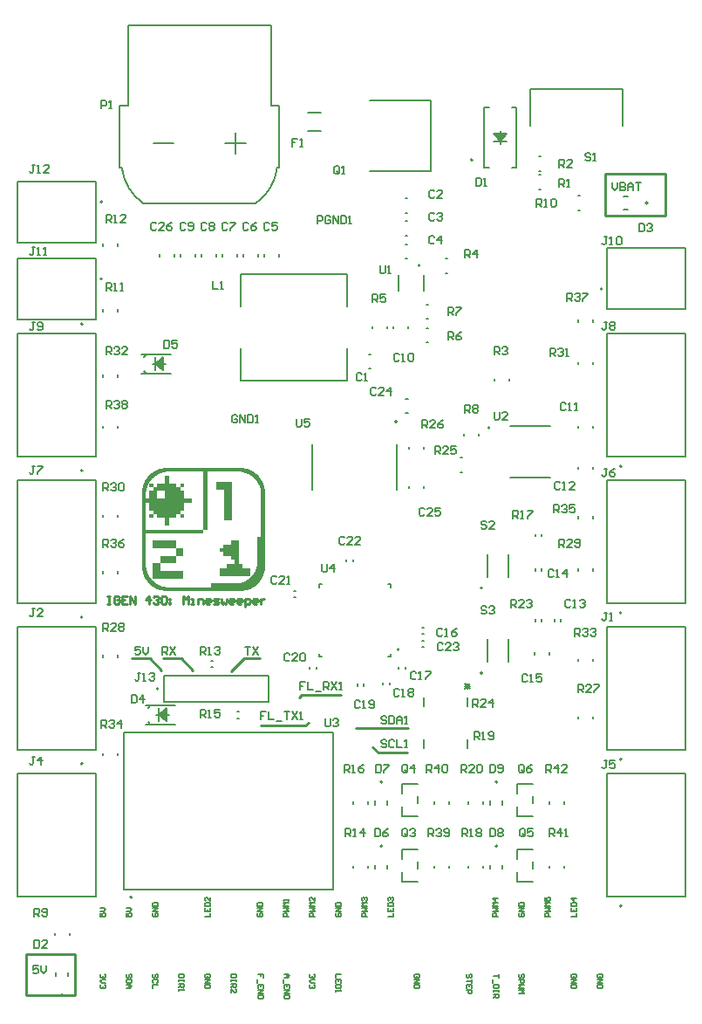
<source format=gto>
G04*
G04 #@! TF.GenerationSoftware,Altium Limited,Altium Designer,21.0.9 (235)*
G04*
G04 Layer_Color=65535*
%FSLAX44Y44*%
%MOMM*%
G71*
G04*
G04 #@! TF.SameCoordinates,58F94E15-CAE4-4791-8A53-09B8A48F05B3*
G04*
G04*
G04 #@! TF.FilePolarity,Positive*
G04*
G01*
G75*
%ADD10C,0.2000*%
%ADD11C,0.1524*%
%ADD12C,0.2540*%
%ADD13C,0.1270*%
%ADD14C,0.2032*%
%ADD15C,0.2286*%
G36*
X218539Y530146D02*
X221104D01*
Y529912D01*
X222270D01*
Y529679D01*
X223436D01*
Y529446D01*
X224135D01*
Y529213D01*
X225068D01*
Y528980D01*
X225534D01*
Y528747D01*
X226234D01*
Y528513D01*
X226933D01*
Y528280D01*
X227400D01*
Y528047D01*
X227866D01*
Y527814D01*
X228332D01*
Y527581D01*
X228799D01*
Y527348D01*
X229265D01*
Y527114D01*
X229498D01*
Y526881D01*
X229964D01*
Y526648D01*
X230431D01*
Y526415D01*
X230664D01*
Y526182D01*
X231130D01*
Y525949D01*
X231363D01*
Y525715D01*
X231596D01*
Y525482D01*
X232063D01*
Y525249D01*
X232296D01*
Y525016D01*
X232529D01*
Y524783D01*
X232762D01*
Y524550D01*
X233229D01*
Y524316D01*
X233462D01*
Y524083D01*
X233695D01*
Y523850D01*
X233928D01*
Y523617D01*
X234161D01*
Y523384D01*
X234394D01*
Y523151D01*
X234627D01*
Y522918D01*
X234861D01*
Y522684D01*
X235094D01*
Y522451D01*
X235327D01*
Y522218D01*
X235560D01*
Y521985D01*
Y521752D01*
X235793D01*
Y521519D01*
X236026D01*
Y521285D01*
X236260D01*
Y521052D01*
X236493D01*
Y520819D01*
Y520586D01*
X236726D01*
Y520353D01*
X236959D01*
Y520120D01*
X237192D01*
Y519886D01*
Y519653D01*
X237425D01*
Y519420D01*
X237659D01*
Y519187D01*
Y518954D01*
X237892D01*
Y518721D01*
Y518487D01*
X238125D01*
Y518254D01*
X238358D01*
Y518021D01*
Y517788D01*
X238591D01*
Y517555D01*
Y517322D01*
X238825D01*
Y517089D01*
Y516855D01*
X239058D01*
Y516622D01*
Y516389D01*
X239291D01*
Y516156D01*
Y515923D01*
X239524D01*
Y515690D01*
Y515456D01*
Y515223D01*
X239757D01*
Y514990D01*
Y514757D01*
Y514524D01*
X239990D01*
Y514291D01*
Y514057D01*
X240224D01*
Y513824D01*
Y513591D01*
Y513358D01*
Y513125D01*
X240457D01*
Y512892D01*
Y512658D01*
Y512425D01*
X240690D01*
Y512192D01*
Y511959D01*
Y511726D01*
Y511493D01*
Y511259D01*
X240923D01*
Y511026D01*
Y510793D01*
Y510560D01*
Y510327D01*
Y510093D01*
X241156D01*
Y509860D01*
Y509627D01*
Y509394D01*
Y509161D01*
Y508928D01*
Y508694D01*
Y508461D01*
Y508228D01*
Y507995D01*
Y507762D01*
Y507529D01*
Y507296D01*
X241389D01*
Y507062D01*
Y506829D01*
Y506596D01*
Y506363D01*
Y506130D01*
Y505897D01*
Y505663D01*
Y505430D01*
Y505197D01*
Y504964D01*
Y504731D01*
Y504498D01*
Y504264D01*
Y504031D01*
Y503798D01*
Y503565D01*
Y503332D01*
Y503099D01*
Y502865D01*
Y502632D01*
Y502399D01*
Y502166D01*
Y501933D01*
Y501700D01*
Y501466D01*
Y501233D01*
Y501000D01*
Y500767D01*
Y500534D01*
Y500301D01*
Y500067D01*
Y499834D01*
Y499601D01*
Y499368D01*
Y499135D01*
Y498902D01*
Y498669D01*
Y498435D01*
Y498202D01*
Y497969D01*
Y497736D01*
Y497503D01*
Y497270D01*
Y497036D01*
Y496803D01*
Y496570D01*
Y496337D01*
Y496104D01*
Y495871D01*
Y495637D01*
Y495404D01*
Y495171D01*
Y494938D01*
Y494705D01*
Y494472D01*
Y494238D01*
Y494005D01*
Y493772D01*
Y493539D01*
Y493306D01*
Y493073D01*
Y492839D01*
Y492606D01*
Y492373D01*
Y492140D01*
Y491907D01*
Y491674D01*
Y491440D01*
Y491207D01*
Y490974D01*
Y490741D01*
Y490508D01*
Y490275D01*
Y490041D01*
Y489808D01*
Y489575D01*
Y489342D01*
Y489109D01*
Y488876D01*
Y488642D01*
Y488409D01*
Y488176D01*
Y487943D01*
Y487710D01*
Y487477D01*
Y487243D01*
Y487010D01*
Y486777D01*
Y486544D01*
Y486311D01*
Y486078D01*
Y485844D01*
Y485611D01*
Y485378D01*
Y485145D01*
Y484912D01*
Y484679D01*
Y484445D01*
Y484212D01*
Y483979D01*
Y483746D01*
Y483513D01*
Y483280D01*
Y483046D01*
Y482813D01*
Y482580D01*
Y482347D01*
Y482114D01*
Y481881D01*
Y481647D01*
Y481414D01*
Y481181D01*
Y480948D01*
Y480715D01*
Y480482D01*
Y480248D01*
Y480015D01*
Y479782D01*
Y479549D01*
Y479316D01*
Y479083D01*
Y478849D01*
Y478616D01*
Y478383D01*
Y478150D01*
Y477917D01*
Y477684D01*
Y477451D01*
Y477217D01*
Y476984D01*
Y476751D01*
Y476518D01*
Y476285D01*
Y476052D01*
Y475818D01*
Y475585D01*
Y475352D01*
Y475119D01*
Y474886D01*
Y474653D01*
Y474419D01*
Y474186D01*
Y473953D01*
Y473720D01*
Y473487D01*
Y473254D01*
Y473020D01*
Y472787D01*
Y472554D01*
Y472321D01*
Y472088D01*
Y471855D01*
Y471622D01*
Y471388D01*
Y471155D01*
Y470922D01*
Y470689D01*
Y470456D01*
Y470223D01*
Y469989D01*
Y469756D01*
Y469523D01*
Y469290D01*
Y469057D01*
Y468824D01*
Y468590D01*
Y468357D01*
Y468124D01*
Y467891D01*
Y467658D01*
Y467425D01*
Y467191D01*
Y466958D01*
Y466725D01*
Y466492D01*
Y466259D01*
Y466026D01*
Y465792D01*
Y465559D01*
Y465326D01*
Y465093D01*
Y464860D01*
Y464627D01*
Y464393D01*
Y464160D01*
Y463927D01*
Y463694D01*
Y463461D01*
Y463228D01*
Y462994D01*
Y462761D01*
Y462528D01*
Y462295D01*
Y462062D01*
Y461829D01*
Y461595D01*
Y461362D01*
Y461129D01*
Y460896D01*
Y460663D01*
Y460430D01*
Y460196D01*
Y459963D01*
Y459730D01*
Y459497D01*
Y459264D01*
Y459031D01*
Y458797D01*
Y458564D01*
Y458331D01*
Y458098D01*
Y457865D01*
Y457632D01*
Y457398D01*
Y457165D01*
Y456932D01*
Y456699D01*
Y456466D01*
Y456233D01*
Y455999D01*
Y455766D01*
Y455533D01*
Y455300D01*
Y455067D01*
Y454834D01*
Y454600D01*
Y454367D01*
Y454134D01*
Y453901D01*
Y453668D01*
Y453435D01*
Y453201D01*
Y452968D01*
Y452735D01*
Y452502D01*
Y452269D01*
Y452036D01*
Y451802D01*
Y451569D01*
Y451336D01*
Y451103D01*
Y450870D01*
Y450637D01*
Y450404D01*
Y450170D01*
Y449937D01*
Y449704D01*
Y449471D01*
Y449238D01*
Y449005D01*
Y448771D01*
Y448538D01*
Y448305D01*
Y448072D01*
Y447839D01*
Y447606D01*
Y447372D01*
Y447139D01*
Y446906D01*
Y446673D01*
Y446440D01*
Y446207D01*
Y445973D01*
Y445740D01*
Y445507D01*
Y445274D01*
Y445041D01*
Y444808D01*
Y444574D01*
Y444341D01*
Y444108D01*
Y443875D01*
Y443642D01*
Y443409D01*
Y443175D01*
Y442942D01*
Y442709D01*
Y442476D01*
Y442243D01*
Y442010D01*
Y441777D01*
Y441543D01*
Y441310D01*
Y441077D01*
Y440844D01*
Y440611D01*
Y440378D01*
Y440144D01*
Y439911D01*
Y439678D01*
Y439445D01*
Y439212D01*
Y438979D01*
Y438745D01*
Y438512D01*
Y438279D01*
Y438046D01*
Y437813D01*
Y437579D01*
Y437346D01*
Y437113D01*
Y436880D01*
Y436647D01*
Y436414D01*
Y436180D01*
Y435947D01*
Y435714D01*
Y435481D01*
Y435248D01*
Y435015D01*
Y434781D01*
Y434548D01*
Y434315D01*
Y434082D01*
Y433849D01*
Y433616D01*
Y433382D01*
Y433149D01*
Y432916D01*
Y432683D01*
Y432450D01*
X241156D01*
Y432217D01*
Y431984D01*
Y431750D01*
Y431517D01*
Y431284D01*
Y431051D01*
Y430818D01*
Y430585D01*
X240923D01*
Y430351D01*
Y430118D01*
Y429885D01*
Y429652D01*
X240690D01*
Y429419D01*
Y429186D01*
Y428952D01*
Y428719D01*
X240457D01*
Y428486D01*
Y428253D01*
Y428020D01*
Y427787D01*
X240224D01*
Y427553D01*
Y427320D01*
Y427087D01*
X239990D01*
Y426854D01*
Y426621D01*
Y426388D01*
X239757D01*
Y426155D01*
Y425921D01*
X239524D01*
Y425688D01*
Y425455D01*
Y425222D01*
X239291D01*
Y424989D01*
Y424756D01*
X239058D01*
Y424522D01*
Y424289D01*
X238825D01*
Y424056D01*
Y423823D01*
X238591D01*
Y423590D01*
Y423357D01*
X238358D01*
Y423123D01*
Y422890D01*
X238125D01*
Y422657D01*
X237892D01*
Y422424D01*
Y422191D01*
X237659D01*
Y421958D01*
X237425D01*
Y421724D01*
Y421491D01*
X237192D01*
Y421258D01*
X236959D01*
Y421025D01*
Y420792D01*
X236726D01*
Y420559D01*
X236493D01*
Y420325D01*
X236260D01*
Y420092D01*
Y419859D01*
X236026D01*
Y419626D01*
X235793D01*
Y419393D01*
X235560D01*
Y419160D01*
X235327D01*
Y418926D01*
X235094D01*
Y418693D01*
X234861D01*
Y418460D01*
X234627D01*
Y418227D01*
X234394D01*
Y417994D01*
X234161D01*
Y417761D01*
X233928D01*
Y417527D01*
X233695D01*
Y417294D01*
X233462D01*
Y417061D01*
X233229D01*
Y416828D01*
X232995D01*
Y416595D01*
X232762D01*
Y416362D01*
X232529D01*
Y416128D01*
X232063D01*
Y415895D01*
X231830D01*
Y415662D01*
X231596D01*
Y415429D01*
X231130D01*
Y415196D01*
X230897D01*
Y414963D01*
X230431D01*
Y414729D01*
X230197D01*
Y414496D01*
X229731D01*
Y414263D01*
X229498D01*
Y414030D01*
X229032D01*
Y413797D01*
X228565D01*
Y413564D01*
X228099D01*
Y413330D01*
X227633D01*
Y413097D01*
X227166D01*
Y412864D01*
X226467D01*
Y412631D01*
X226000D01*
Y412398D01*
X225301D01*
Y412165D01*
X224601D01*
Y411931D01*
X223669D01*
Y411698D01*
X222736D01*
Y411465D01*
X221570D01*
Y411232D01*
X219938D01*
Y410999D01*
X144859D01*
Y411232D01*
X142295D01*
Y411465D01*
X141129D01*
Y411698D01*
X139963D01*
Y411931D01*
X139263D01*
Y412165D01*
X138331D01*
Y412398D01*
X137865D01*
Y412631D01*
X137165D01*
Y412864D01*
X136466D01*
Y413097D01*
X135999D01*
Y413330D01*
X135533D01*
Y413564D01*
X135066D01*
Y413797D01*
X134600D01*
Y414030D01*
X134134D01*
Y414263D01*
X133901D01*
Y414496D01*
X133434D01*
Y414729D01*
X132968D01*
Y414963D01*
X132735D01*
Y415196D01*
X132268D01*
Y415429D01*
X132035D01*
Y415662D01*
X131802D01*
Y415895D01*
X131336D01*
Y416128D01*
X131103D01*
Y416362D01*
X130870D01*
Y416595D01*
X130636D01*
Y416828D01*
X130170D01*
Y417061D01*
X129937D01*
Y417294D01*
X129704D01*
Y417527D01*
X129471D01*
Y417761D01*
X129237D01*
Y417994D01*
X129004D01*
Y418227D01*
X128771D01*
Y418460D01*
X128538D01*
Y418693D01*
X128305D01*
Y418926D01*
X128072D01*
Y419160D01*
X127838D01*
Y419393D01*
Y419626D01*
X127605D01*
Y419859D01*
X127372D01*
Y420092D01*
X127139D01*
Y420325D01*
X126906D01*
Y420559D01*
Y420792D01*
X126673D01*
Y421025D01*
X126439D01*
Y421258D01*
X126206D01*
Y421491D01*
Y421724D01*
X125973D01*
Y421958D01*
X125740D01*
Y422191D01*
Y422424D01*
X125507D01*
Y422657D01*
Y422890D01*
X125274D01*
Y423123D01*
X125040D01*
Y423357D01*
Y423590D01*
X124807D01*
Y423823D01*
Y424056D01*
X124574D01*
Y424289D01*
Y424522D01*
X124341D01*
Y424756D01*
Y424989D01*
X124108D01*
Y425222D01*
Y425455D01*
X123875D01*
Y425688D01*
Y425921D01*
Y426155D01*
X123642D01*
Y426388D01*
Y426621D01*
Y426854D01*
X123408D01*
Y427087D01*
Y427320D01*
X123175D01*
Y427553D01*
Y427787D01*
Y428020D01*
Y428253D01*
X122942D01*
Y428486D01*
Y428719D01*
Y428952D01*
X122709D01*
Y429186D01*
Y429419D01*
Y429652D01*
Y429885D01*
Y430118D01*
X122476D01*
Y430351D01*
Y430585D01*
Y430818D01*
Y431051D01*
Y431284D01*
X122242D01*
Y431517D01*
Y431750D01*
Y431984D01*
Y432217D01*
Y432450D01*
Y432683D01*
Y432916D01*
Y433149D01*
Y433382D01*
Y433616D01*
Y433849D01*
X122009D01*
Y434082D01*
Y434315D01*
Y434548D01*
Y434781D01*
Y435015D01*
Y435248D01*
Y435481D01*
Y435714D01*
Y435947D01*
Y436180D01*
Y436414D01*
Y436647D01*
Y436880D01*
Y437113D01*
Y437346D01*
Y437579D01*
Y437813D01*
Y438046D01*
Y438279D01*
Y438512D01*
Y438745D01*
Y438979D01*
Y439212D01*
Y439445D01*
Y439678D01*
Y439911D01*
Y440144D01*
Y440378D01*
Y440611D01*
Y440844D01*
Y441077D01*
Y441310D01*
Y441543D01*
Y441777D01*
Y442010D01*
Y442243D01*
Y442476D01*
Y442709D01*
Y442942D01*
Y443175D01*
Y443409D01*
Y443642D01*
Y443875D01*
Y444108D01*
Y444341D01*
Y444574D01*
Y444808D01*
Y445041D01*
Y445274D01*
Y445507D01*
Y445740D01*
Y445973D01*
Y446207D01*
Y446440D01*
Y446673D01*
Y446906D01*
Y447139D01*
Y447372D01*
Y447606D01*
Y447839D01*
Y448072D01*
Y448305D01*
Y448538D01*
Y448771D01*
Y449005D01*
Y449238D01*
Y449471D01*
Y449704D01*
Y449937D01*
Y450170D01*
Y450404D01*
Y450637D01*
Y450870D01*
Y451103D01*
Y451336D01*
Y451569D01*
Y451802D01*
Y452036D01*
Y452269D01*
Y452502D01*
Y452735D01*
Y452968D01*
Y453201D01*
Y453435D01*
Y453668D01*
Y453901D01*
Y454134D01*
Y454367D01*
Y454600D01*
Y454834D01*
Y455067D01*
Y455300D01*
Y455533D01*
Y455766D01*
Y455999D01*
Y456233D01*
Y456466D01*
Y456699D01*
Y456932D01*
Y457165D01*
Y457398D01*
Y457632D01*
Y457865D01*
Y458098D01*
Y458331D01*
Y458564D01*
Y458797D01*
Y459031D01*
Y459264D01*
Y459497D01*
Y459730D01*
Y459963D01*
Y460196D01*
Y460430D01*
Y460663D01*
Y460896D01*
Y461129D01*
Y461362D01*
Y461595D01*
Y461829D01*
Y462062D01*
Y462295D01*
Y462528D01*
Y462761D01*
Y462994D01*
Y463228D01*
Y463461D01*
Y463694D01*
Y463927D01*
Y464160D01*
Y464393D01*
Y464627D01*
Y464860D01*
Y465093D01*
Y465326D01*
Y465559D01*
Y465792D01*
Y466026D01*
Y466259D01*
Y466492D01*
Y466725D01*
Y466958D01*
Y467191D01*
Y467425D01*
Y467658D01*
Y467891D01*
Y468124D01*
Y468357D01*
Y468590D01*
Y468824D01*
Y469057D01*
Y469290D01*
Y469523D01*
Y469756D01*
Y469989D01*
Y470223D01*
Y470456D01*
Y470689D01*
Y470922D01*
Y471155D01*
Y471388D01*
Y471622D01*
Y471855D01*
Y472088D01*
Y472321D01*
Y472554D01*
Y472787D01*
Y473020D01*
Y473254D01*
Y473487D01*
Y473720D01*
Y473953D01*
Y474186D01*
Y474419D01*
Y474653D01*
Y474886D01*
Y475119D01*
Y475352D01*
Y475585D01*
Y475818D01*
Y476052D01*
Y476285D01*
Y476518D01*
Y476751D01*
Y476984D01*
Y477217D01*
Y477451D01*
Y477684D01*
Y477917D01*
Y478150D01*
Y478383D01*
Y478616D01*
Y478849D01*
Y479083D01*
Y479316D01*
Y479549D01*
Y479782D01*
Y480015D01*
Y480248D01*
Y480482D01*
Y480715D01*
Y480948D01*
Y481181D01*
Y481414D01*
Y481647D01*
Y481881D01*
Y482114D01*
Y482347D01*
Y482580D01*
Y482813D01*
Y483046D01*
Y483280D01*
Y483513D01*
Y483746D01*
Y483979D01*
Y484212D01*
Y484445D01*
Y484679D01*
Y484912D01*
Y485145D01*
Y485378D01*
Y485611D01*
Y485844D01*
Y486078D01*
Y486311D01*
Y486544D01*
Y486777D01*
Y487010D01*
Y487243D01*
Y487477D01*
Y487710D01*
Y487943D01*
Y488176D01*
Y488409D01*
Y488642D01*
Y488876D01*
Y489109D01*
Y489342D01*
Y489575D01*
Y489808D01*
Y490041D01*
Y490275D01*
Y490508D01*
Y490741D01*
Y490974D01*
Y491207D01*
Y491440D01*
Y491674D01*
Y491907D01*
Y492140D01*
Y492373D01*
Y492606D01*
Y492839D01*
Y493073D01*
Y493306D01*
Y493539D01*
Y493772D01*
Y494005D01*
Y494238D01*
Y494472D01*
Y494705D01*
Y494938D01*
Y495171D01*
Y495404D01*
Y495637D01*
Y495871D01*
Y496104D01*
Y496337D01*
Y496570D01*
Y496803D01*
X121851D01*
Y497036D01*
Y497270D01*
Y497503D01*
Y497736D01*
Y497969D01*
Y498202D01*
Y498435D01*
Y498669D01*
Y498902D01*
Y499135D01*
Y499368D01*
Y499601D01*
Y499834D01*
Y500067D01*
Y500301D01*
Y500534D01*
X122009D01*
Y500767D01*
Y501000D01*
Y501233D01*
Y501466D01*
Y501700D01*
Y501933D01*
Y502166D01*
Y502399D01*
Y502632D01*
Y502865D01*
Y503099D01*
Y503332D01*
Y503565D01*
Y503798D01*
Y504031D01*
Y504264D01*
Y504498D01*
Y504731D01*
Y504964D01*
Y505197D01*
Y505430D01*
Y505663D01*
Y505897D01*
Y506130D01*
Y506363D01*
Y506596D01*
Y506829D01*
Y507062D01*
Y507296D01*
Y507529D01*
X122242D01*
Y507762D01*
Y507995D01*
Y508228D01*
Y508461D01*
Y508694D01*
Y508928D01*
Y509161D01*
Y509394D01*
Y509627D01*
Y509860D01*
Y510093D01*
X122476D01*
Y510327D01*
Y510560D01*
Y510793D01*
Y511026D01*
Y511259D01*
X122709D01*
Y511493D01*
Y511726D01*
Y511959D01*
Y512192D01*
Y512425D01*
X122942D01*
Y512658D01*
Y512892D01*
Y513125D01*
X123175D01*
Y513358D01*
Y513591D01*
Y513824D01*
Y514057D01*
X123408D01*
Y514291D01*
Y514524D01*
X123642D01*
Y514757D01*
Y514990D01*
Y515223D01*
X123875D01*
Y515456D01*
Y515690D01*
Y515923D01*
X124108D01*
Y516156D01*
Y516389D01*
X124341D01*
Y516622D01*
Y516855D01*
X124574D01*
Y517089D01*
Y517322D01*
X124807D01*
Y517555D01*
Y517788D01*
X125040D01*
Y518021D01*
Y518254D01*
X125274D01*
Y518487D01*
X125507D01*
Y518721D01*
Y518954D01*
X125740D01*
Y519187D01*
Y519420D01*
X125973D01*
Y519653D01*
X126206D01*
Y519886D01*
Y520120D01*
X126439D01*
Y520353D01*
X126673D01*
Y520586D01*
X126906D01*
Y520819D01*
Y521052D01*
X127139D01*
Y521285D01*
X127372D01*
Y521519D01*
X127605D01*
Y521752D01*
X127838D01*
Y521985D01*
Y522218D01*
X128072D01*
Y522451D01*
X128305D01*
Y522684D01*
X128538D01*
Y522918D01*
X128771D01*
Y523151D01*
X129004D01*
Y523384D01*
X129237D01*
Y523617D01*
X129471D01*
Y523850D01*
X129704D01*
Y524083D01*
X129937D01*
Y524316D01*
X130170D01*
Y524550D01*
X130636D01*
Y524783D01*
X130870D01*
Y525016D01*
X131103D01*
Y525249D01*
X131336D01*
Y525482D01*
X131802D01*
Y525715D01*
X132035D01*
Y525949D01*
X132268D01*
Y526182D01*
X132735D01*
Y526415D01*
X132968D01*
Y526648D01*
X133434D01*
Y526881D01*
X133901D01*
Y527114D01*
X134134D01*
Y527348D01*
X134600D01*
Y527581D01*
X135066D01*
Y527814D01*
X135533D01*
Y528047D01*
X135999D01*
Y528280D01*
X136466D01*
Y528513D01*
X137165D01*
Y528747D01*
X137865D01*
Y528980D01*
X138331D01*
Y529213D01*
X139263D01*
Y529446D01*
X139963D01*
Y529679D01*
X141129D01*
Y529912D01*
X142295D01*
Y530146D01*
X144859D01*
Y530379D01*
X218539D01*
Y530146D01*
D02*
G37*
%LPC*%
G36*
X144234Y507995D02*
X136773D01*
Y507762D01*
Y507529D01*
Y507296D01*
Y507062D01*
Y506829D01*
Y506596D01*
Y506363D01*
Y506130D01*
Y505897D01*
Y505663D01*
Y505430D01*
Y505197D01*
Y504964D01*
Y504731D01*
Y504498D01*
Y504264D01*
Y504031D01*
Y503798D01*
Y503565D01*
Y503332D01*
Y503099D01*
Y502865D01*
Y502632D01*
Y502399D01*
Y502166D01*
Y501933D01*
Y501700D01*
Y501466D01*
Y501233D01*
Y501000D01*
Y500767D01*
Y500534D01*
X144234D01*
Y500767D01*
Y501000D01*
Y501233D01*
Y501466D01*
Y501700D01*
Y501933D01*
Y502166D01*
Y502399D01*
Y502632D01*
Y502865D01*
Y503099D01*
Y503332D01*
Y503565D01*
Y503798D01*
Y504031D01*
Y504264D01*
Y504498D01*
Y504731D01*
Y504964D01*
Y505197D01*
Y505430D01*
Y505663D01*
Y505897D01*
Y506130D01*
Y506363D01*
Y506596D01*
Y506829D01*
Y507062D01*
Y507296D01*
Y507529D01*
Y507762D01*
Y507995D01*
D02*
G37*
G36*
X218306Y526648D02*
X185430D01*
Y526415D01*
Y526182D01*
Y525949D01*
Y525715D01*
Y525482D01*
Y525249D01*
Y525016D01*
Y524783D01*
Y524550D01*
Y524316D01*
Y524083D01*
Y523850D01*
Y523617D01*
Y523384D01*
Y523151D01*
Y522918D01*
Y522684D01*
Y522451D01*
Y522218D01*
Y521985D01*
Y521752D01*
Y521519D01*
Y521285D01*
Y521052D01*
Y520819D01*
Y520586D01*
Y520353D01*
Y520120D01*
Y519886D01*
Y519653D01*
Y519420D01*
Y519187D01*
Y518954D01*
Y518721D01*
Y518487D01*
Y518254D01*
Y518021D01*
Y517788D01*
Y517555D01*
Y517322D01*
Y517089D01*
Y516855D01*
Y516622D01*
Y516389D01*
Y516156D01*
Y515923D01*
Y515690D01*
Y515456D01*
Y515223D01*
Y514990D01*
Y514757D01*
Y514524D01*
Y514291D01*
Y514057D01*
Y513824D01*
Y513591D01*
Y513358D01*
Y513125D01*
Y512892D01*
Y512658D01*
Y512425D01*
Y512192D01*
Y511959D01*
Y511726D01*
Y511493D01*
Y511259D01*
Y511026D01*
Y510793D01*
Y510560D01*
Y510327D01*
Y510093D01*
Y509860D01*
Y509627D01*
Y509394D01*
Y509161D01*
Y508928D01*
Y508694D01*
Y508461D01*
Y508228D01*
Y507995D01*
Y507762D01*
Y507529D01*
Y507296D01*
Y507062D01*
Y506829D01*
Y506596D01*
Y506363D01*
Y506130D01*
Y505897D01*
Y505663D01*
Y505430D01*
Y505197D01*
Y504964D01*
Y504731D01*
Y504498D01*
Y504264D01*
Y504031D01*
Y503798D01*
Y503565D01*
Y503332D01*
Y503099D01*
Y502865D01*
Y502632D01*
Y502399D01*
Y502166D01*
Y501933D01*
Y501700D01*
Y501466D01*
Y501233D01*
Y501000D01*
Y500767D01*
Y500534D01*
Y500301D01*
Y500067D01*
Y499834D01*
Y499601D01*
Y499368D01*
Y499135D01*
Y498902D01*
Y498669D01*
Y498435D01*
Y498202D01*
Y497969D01*
Y497736D01*
Y497503D01*
Y497270D01*
Y497036D01*
Y496803D01*
Y496570D01*
Y496337D01*
Y496104D01*
Y495871D01*
Y495637D01*
Y495404D01*
Y495171D01*
Y494938D01*
Y494705D01*
Y494472D01*
Y494238D01*
Y494005D01*
Y493772D01*
Y493539D01*
Y493306D01*
Y493073D01*
Y492839D01*
Y492606D01*
Y492373D01*
Y492140D01*
Y491907D01*
Y491674D01*
Y491440D01*
Y491207D01*
Y490974D01*
Y490741D01*
Y490508D01*
Y490275D01*
Y490041D01*
Y489808D01*
Y489575D01*
Y489342D01*
Y489109D01*
Y488876D01*
Y488642D01*
Y488409D01*
Y488176D01*
Y487943D01*
Y487710D01*
Y487477D01*
Y487243D01*
Y487010D01*
Y486777D01*
Y486544D01*
Y486311D01*
Y486078D01*
Y485844D01*
Y485611D01*
Y485378D01*
Y485145D01*
Y484912D01*
Y484679D01*
Y484445D01*
Y484212D01*
Y483979D01*
Y483746D01*
Y483513D01*
Y483280D01*
Y483046D01*
Y482813D01*
Y482580D01*
Y482347D01*
Y482114D01*
Y481881D01*
Y481647D01*
Y481414D01*
Y481181D01*
Y480948D01*
Y480715D01*
Y480482D01*
Y480248D01*
Y480015D01*
Y479782D01*
Y479549D01*
Y479316D01*
Y479083D01*
Y478849D01*
Y478616D01*
Y478383D01*
Y478150D01*
Y477917D01*
Y477684D01*
Y477451D01*
Y477217D01*
Y476984D01*
Y476751D01*
Y476518D01*
Y476285D01*
Y476052D01*
Y475818D01*
Y475585D01*
Y475352D01*
Y475119D01*
Y474886D01*
Y474653D01*
Y474419D01*
Y474186D01*
Y473953D01*
Y473720D01*
Y473487D01*
Y473254D01*
Y473020D01*
Y472787D01*
Y472554D01*
Y472321D01*
Y472088D01*
Y471855D01*
Y471622D01*
Y471388D01*
Y471155D01*
Y470922D01*
Y470689D01*
X181699D01*
Y470922D01*
Y471155D01*
Y471388D01*
Y471622D01*
Y471855D01*
Y472088D01*
Y472321D01*
Y472554D01*
Y472787D01*
Y473020D01*
Y473254D01*
Y473487D01*
Y473720D01*
Y473953D01*
Y474186D01*
Y474419D01*
Y474653D01*
Y474886D01*
Y475119D01*
Y475352D01*
Y475585D01*
Y475818D01*
Y476052D01*
Y476285D01*
Y476518D01*
Y476751D01*
Y476984D01*
Y477217D01*
Y477451D01*
Y477684D01*
Y477917D01*
Y478150D01*
Y478383D01*
Y478616D01*
Y478849D01*
Y479083D01*
Y479316D01*
Y479549D01*
Y479782D01*
Y480015D01*
Y480248D01*
Y480482D01*
Y480715D01*
Y480948D01*
Y481181D01*
Y481414D01*
Y481647D01*
Y481881D01*
Y482114D01*
Y482347D01*
Y482580D01*
Y482813D01*
Y483046D01*
Y483280D01*
Y483513D01*
Y483746D01*
Y483979D01*
Y484212D01*
Y484445D01*
Y484679D01*
Y484912D01*
Y485145D01*
Y485378D01*
Y485611D01*
Y485844D01*
Y486078D01*
Y486311D01*
Y486544D01*
Y486777D01*
Y487010D01*
Y487243D01*
Y487477D01*
Y487710D01*
Y487943D01*
Y488176D01*
Y488409D01*
Y488642D01*
Y488876D01*
Y489109D01*
Y489342D01*
Y489575D01*
Y489808D01*
Y490041D01*
Y490275D01*
Y490508D01*
Y490741D01*
Y490974D01*
Y491207D01*
Y491440D01*
Y491674D01*
Y491907D01*
Y492140D01*
Y492373D01*
Y492606D01*
Y492839D01*
Y493073D01*
Y493306D01*
Y493539D01*
Y493772D01*
Y494005D01*
Y494238D01*
Y494472D01*
Y494705D01*
Y494938D01*
Y495171D01*
Y495404D01*
Y495637D01*
Y495871D01*
Y496104D01*
Y496337D01*
Y496570D01*
Y496803D01*
Y497036D01*
Y497270D01*
Y497503D01*
Y497736D01*
Y497969D01*
Y498202D01*
Y498435D01*
Y498669D01*
Y498902D01*
Y499135D01*
Y499368D01*
Y499601D01*
Y499834D01*
Y500067D01*
Y500301D01*
Y500534D01*
Y500767D01*
Y501000D01*
Y501233D01*
Y501466D01*
Y501700D01*
Y501933D01*
Y502166D01*
Y502399D01*
Y502632D01*
Y502865D01*
Y503099D01*
Y503332D01*
Y503565D01*
Y503798D01*
Y504031D01*
Y504264D01*
Y504498D01*
Y504731D01*
Y504964D01*
Y505197D01*
Y505430D01*
Y505663D01*
Y505897D01*
Y506130D01*
Y506363D01*
Y506596D01*
Y506829D01*
Y507062D01*
Y507296D01*
Y507529D01*
Y507762D01*
Y507995D01*
Y508228D01*
Y508461D01*
Y508694D01*
Y508928D01*
Y509161D01*
Y509394D01*
Y509627D01*
Y509860D01*
Y510093D01*
Y510327D01*
Y510560D01*
Y510793D01*
Y511026D01*
Y511259D01*
Y511493D01*
Y511726D01*
Y511959D01*
Y512192D01*
Y512425D01*
Y512658D01*
Y512892D01*
Y513125D01*
Y513358D01*
Y513591D01*
Y513824D01*
Y514057D01*
Y514291D01*
Y514524D01*
Y514757D01*
Y514990D01*
Y515223D01*
Y515456D01*
Y515690D01*
Y515923D01*
Y516156D01*
Y516389D01*
Y516622D01*
Y516855D01*
Y517089D01*
Y517322D01*
Y517555D01*
Y517788D01*
Y518021D01*
Y518254D01*
Y518487D01*
Y518721D01*
Y518954D01*
Y519187D01*
Y519420D01*
Y519653D01*
Y519886D01*
Y520120D01*
Y520353D01*
Y520586D01*
Y520819D01*
Y521052D01*
Y521285D01*
Y521519D01*
Y521752D01*
Y521985D01*
Y522218D01*
Y522451D01*
Y522684D01*
Y522918D01*
Y523151D01*
Y523384D01*
Y523617D01*
Y523850D01*
Y524083D01*
Y524316D01*
Y524550D01*
Y524783D01*
Y525016D01*
Y525249D01*
Y525482D01*
Y525715D01*
Y525949D01*
Y526182D01*
Y526415D01*
Y526648D01*
X145092D01*
Y526415D01*
X143694D01*
Y526182D01*
X142761D01*
Y525949D01*
X141828D01*
Y525715D01*
X141129D01*
Y525482D01*
X140429D01*
Y525249D01*
X139730D01*
Y525016D01*
X139263D01*
Y524783D01*
X138797D01*
Y524550D01*
X138331D01*
Y524316D01*
X137865D01*
Y524083D01*
X137398D01*
Y523850D01*
X136932D01*
Y523617D01*
X136466D01*
Y523384D01*
X136232D01*
Y523151D01*
X135766D01*
Y522918D01*
X135533D01*
Y522684D01*
X135066D01*
Y522451D01*
X134833D01*
Y522218D01*
X134367D01*
Y521985D01*
X134134D01*
Y521752D01*
X133901D01*
Y521519D01*
X133667D01*
Y521285D01*
X133434D01*
Y521052D01*
X132968D01*
Y520819D01*
X132735D01*
Y520586D01*
X132502D01*
Y520353D01*
X132268D01*
Y520120D01*
X132035D01*
Y519886D01*
X131802D01*
Y519653D01*
X131569D01*
Y519420D01*
X131336D01*
Y519187D01*
Y518954D01*
X131103D01*
Y518721D01*
X130870D01*
Y518487D01*
X130636D01*
Y518254D01*
X130403D01*
Y518021D01*
X130170D01*
Y517788D01*
Y517555D01*
X129937D01*
Y517322D01*
X129704D01*
Y517089D01*
Y516855D01*
X129471D01*
Y516622D01*
X129237D01*
Y516389D01*
Y516156D01*
X129004D01*
Y515923D01*
X128771D01*
Y515690D01*
Y515456D01*
X128538D01*
Y515223D01*
Y514990D01*
X128305D01*
Y514757D01*
Y514524D01*
X128072D01*
Y514291D01*
Y514057D01*
X127838D01*
Y513824D01*
Y513591D01*
X127605D01*
Y513358D01*
Y513125D01*
X127372D01*
Y512892D01*
Y512658D01*
X127139D01*
Y512425D01*
Y512192D01*
Y511959D01*
X126906D01*
Y511726D01*
Y511493D01*
Y511259D01*
X126673D01*
Y511026D01*
Y510793D01*
Y510560D01*
X126439D01*
Y510327D01*
Y510093D01*
Y509860D01*
Y509627D01*
X126206D01*
Y509394D01*
Y509161D01*
Y508928D01*
Y508694D01*
X125973D01*
Y508461D01*
Y508228D01*
Y507995D01*
Y507762D01*
Y507529D01*
Y507296D01*
X125740D01*
Y507062D01*
Y506829D01*
Y506596D01*
Y506363D01*
Y506130D01*
Y505897D01*
Y505663D01*
Y505430D01*
Y505197D01*
Y504964D01*
Y504731D01*
Y504498D01*
Y504264D01*
Y504031D01*
Y503798D01*
Y503565D01*
Y503332D01*
Y503099D01*
Y502865D01*
Y502632D01*
Y502399D01*
Y502166D01*
Y501933D01*
Y501700D01*
Y501466D01*
Y501233D01*
Y501000D01*
Y500767D01*
Y500534D01*
X129312D01*
Y500767D01*
Y501000D01*
Y501233D01*
Y501466D01*
Y501700D01*
Y501933D01*
Y502166D01*
Y502399D01*
Y502632D01*
Y502865D01*
Y503099D01*
Y503332D01*
Y503565D01*
Y503798D01*
Y504031D01*
Y504264D01*
Y504498D01*
Y504731D01*
Y504964D01*
Y505197D01*
Y505430D01*
Y505663D01*
Y505897D01*
Y506130D01*
Y506363D01*
Y506596D01*
Y506829D01*
Y507062D01*
Y507296D01*
Y507529D01*
Y507762D01*
Y507995D01*
X133042D01*
Y508228D01*
Y508461D01*
Y508694D01*
Y508928D01*
Y509161D01*
Y509394D01*
Y509627D01*
Y509860D01*
Y510093D01*
Y510327D01*
Y510560D01*
Y510793D01*
Y511026D01*
Y511259D01*
Y511493D01*
Y511726D01*
X129312D01*
Y511959D01*
Y512192D01*
Y512425D01*
Y512658D01*
Y512892D01*
Y513125D01*
Y513358D01*
Y513591D01*
Y513824D01*
Y514057D01*
Y514291D01*
Y514524D01*
Y514757D01*
Y514990D01*
Y515223D01*
Y515456D01*
X133042D01*
Y515223D01*
Y514990D01*
Y514757D01*
Y514524D01*
Y514291D01*
Y514057D01*
Y513824D01*
Y513591D01*
Y513358D01*
Y513125D01*
Y512892D01*
Y512658D01*
Y512425D01*
Y512192D01*
Y511959D01*
Y511726D01*
X136773D01*
Y511959D01*
Y512192D01*
Y512425D01*
Y512658D01*
Y512892D01*
Y513125D01*
Y513358D01*
Y513591D01*
Y513824D01*
Y514057D01*
Y514291D01*
Y514524D01*
Y514757D01*
Y514990D01*
Y515223D01*
Y515456D01*
X144234D01*
Y515690D01*
Y515923D01*
Y516156D01*
Y516389D01*
Y516622D01*
Y516855D01*
Y517089D01*
Y517322D01*
Y517555D01*
Y517788D01*
Y518021D01*
Y518254D01*
Y518487D01*
Y518721D01*
Y518954D01*
Y519187D01*
Y519420D01*
Y519653D01*
Y519886D01*
Y520120D01*
Y520353D01*
Y520586D01*
Y520819D01*
Y521052D01*
Y521285D01*
Y521519D01*
Y521752D01*
Y521985D01*
Y522218D01*
Y522451D01*
Y522684D01*
Y522918D01*
X147965D01*
Y522684D01*
Y522451D01*
Y522218D01*
Y521985D01*
Y521752D01*
Y521519D01*
Y521285D01*
Y521052D01*
Y520819D01*
Y520586D01*
Y520353D01*
Y520120D01*
Y519886D01*
Y519653D01*
Y519420D01*
Y519187D01*
Y518954D01*
Y518721D01*
Y518487D01*
Y518254D01*
Y518021D01*
Y517788D01*
Y517555D01*
Y517322D01*
Y517089D01*
Y516855D01*
Y516622D01*
Y516389D01*
Y516156D01*
Y515923D01*
Y515690D01*
Y515456D01*
X155426D01*
Y515223D01*
Y514990D01*
Y514757D01*
Y514524D01*
Y514291D01*
Y514057D01*
Y513824D01*
Y513591D01*
Y513358D01*
Y513125D01*
Y512892D01*
Y512658D01*
Y512425D01*
Y512192D01*
Y511959D01*
Y511726D01*
X159157D01*
Y511493D01*
Y511259D01*
Y511026D01*
Y510793D01*
Y510560D01*
Y510327D01*
Y510093D01*
Y509860D01*
Y509627D01*
Y509394D01*
Y509161D01*
Y508928D01*
Y508694D01*
Y508461D01*
Y508228D01*
Y507995D01*
X162887D01*
Y507762D01*
Y507529D01*
Y507296D01*
Y507062D01*
Y506829D01*
Y506596D01*
Y506363D01*
Y506130D01*
Y505897D01*
Y505663D01*
Y505430D01*
Y505197D01*
Y504964D01*
Y504731D01*
Y504498D01*
Y504264D01*
Y504031D01*
Y503798D01*
Y503565D01*
Y503332D01*
Y503099D01*
Y502865D01*
Y502632D01*
Y502399D01*
Y502166D01*
Y501933D01*
Y501700D01*
Y501466D01*
Y501233D01*
Y501000D01*
Y500767D01*
Y500534D01*
X170349D01*
Y500301D01*
Y500067D01*
Y499834D01*
Y499601D01*
Y499368D01*
Y499135D01*
Y498902D01*
Y498669D01*
Y498435D01*
Y498202D01*
Y497969D01*
Y497736D01*
Y497503D01*
Y497270D01*
Y497036D01*
Y496803D01*
X162887D01*
Y496570D01*
Y496337D01*
Y496104D01*
Y495871D01*
Y495637D01*
Y495404D01*
Y495171D01*
Y494938D01*
Y494705D01*
Y494472D01*
Y494238D01*
Y494005D01*
Y493772D01*
Y493539D01*
Y493306D01*
Y493073D01*
Y492839D01*
Y492606D01*
Y492373D01*
Y492140D01*
Y491907D01*
Y491674D01*
Y491440D01*
Y491207D01*
Y490974D01*
Y490741D01*
Y490508D01*
Y490275D01*
Y490041D01*
Y489808D01*
Y489575D01*
Y489342D01*
X159157D01*
Y489109D01*
Y488876D01*
Y488642D01*
Y488409D01*
Y488176D01*
Y487943D01*
Y487710D01*
Y487477D01*
Y487243D01*
Y487010D01*
Y486777D01*
Y486544D01*
Y486311D01*
Y486078D01*
Y485844D01*
Y485611D01*
X162887D01*
Y485378D01*
Y485145D01*
Y484912D01*
Y484679D01*
Y484445D01*
Y484212D01*
Y483979D01*
Y483746D01*
Y483513D01*
Y483280D01*
Y483046D01*
Y482813D01*
Y482580D01*
Y482347D01*
Y482114D01*
Y481881D01*
X159157D01*
Y482114D01*
Y482347D01*
Y482580D01*
Y482813D01*
Y483046D01*
Y483280D01*
Y483513D01*
Y483746D01*
Y483979D01*
Y484212D01*
Y484445D01*
Y484679D01*
Y484912D01*
Y485145D01*
Y485378D01*
Y485611D01*
X155426D01*
Y485378D01*
Y485145D01*
Y484912D01*
Y484679D01*
Y484445D01*
Y484212D01*
Y483979D01*
Y483746D01*
Y483513D01*
Y483280D01*
Y483046D01*
Y482813D01*
Y482580D01*
Y482347D01*
Y482114D01*
Y481881D01*
X147965D01*
Y481647D01*
Y481414D01*
Y481181D01*
Y480948D01*
Y480715D01*
Y480482D01*
Y480248D01*
Y480015D01*
Y479782D01*
Y479549D01*
Y479316D01*
Y479083D01*
Y478849D01*
Y478616D01*
Y478383D01*
Y478150D01*
Y477917D01*
Y477684D01*
Y477451D01*
Y477217D01*
Y476984D01*
Y476751D01*
Y476518D01*
Y476285D01*
Y476052D01*
Y475818D01*
Y475585D01*
Y475352D01*
Y475119D01*
Y474886D01*
Y474653D01*
Y474419D01*
X144234D01*
Y474653D01*
Y474886D01*
Y475119D01*
Y475352D01*
Y475585D01*
Y475818D01*
Y476052D01*
Y476285D01*
Y476518D01*
Y476751D01*
Y476984D01*
Y477217D01*
Y477451D01*
Y477684D01*
Y477917D01*
Y478150D01*
Y478383D01*
Y478616D01*
Y478849D01*
Y479083D01*
Y479316D01*
Y479549D01*
Y479782D01*
Y480015D01*
Y480248D01*
Y480482D01*
Y480715D01*
Y480948D01*
Y481181D01*
Y481414D01*
Y481647D01*
Y481881D01*
X136773D01*
Y482114D01*
Y482347D01*
Y482580D01*
Y482813D01*
Y483046D01*
Y483280D01*
Y483513D01*
Y483746D01*
Y483979D01*
Y484212D01*
Y484445D01*
Y484679D01*
Y484912D01*
Y485145D01*
Y485378D01*
Y485611D01*
X133042D01*
Y485844D01*
Y486078D01*
Y486311D01*
Y486544D01*
Y486777D01*
Y487010D01*
Y487243D01*
Y487477D01*
Y487710D01*
Y487943D01*
Y488176D01*
Y488409D01*
Y488642D01*
Y488876D01*
Y489109D01*
Y489342D01*
X129312D01*
Y489575D01*
Y489808D01*
Y490041D01*
Y490275D01*
Y490508D01*
Y490741D01*
Y490974D01*
Y491207D01*
Y491440D01*
Y491674D01*
Y491907D01*
Y492140D01*
Y492373D01*
Y492606D01*
Y492839D01*
Y493073D01*
Y493306D01*
Y493539D01*
Y493772D01*
Y494005D01*
Y494238D01*
Y494472D01*
Y494705D01*
Y494938D01*
Y495171D01*
Y495404D01*
Y495637D01*
Y495871D01*
Y496104D01*
Y496337D01*
Y496570D01*
Y496803D01*
X125740D01*
Y496570D01*
Y496337D01*
Y496104D01*
Y495871D01*
Y495637D01*
Y495404D01*
Y495171D01*
Y494938D01*
Y494705D01*
Y494472D01*
Y494238D01*
Y494005D01*
Y493772D01*
Y493539D01*
Y493306D01*
Y493073D01*
Y492839D01*
Y492606D01*
Y492373D01*
Y492140D01*
Y491907D01*
Y491674D01*
Y491440D01*
Y491207D01*
Y490974D01*
Y490741D01*
Y490508D01*
Y490275D01*
Y490041D01*
Y489808D01*
Y489575D01*
Y489342D01*
Y489109D01*
Y488876D01*
Y488642D01*
Y488409D01*
Y488176D01*
Y487943D01*
Y487710D01*
Y487477D01*
Y487243D01*
Y487010D01*
Y486777D01*
Y486544D01*
Y486311D01*
Y486078D01*
Y485844D01*
Y485611D01*
Y485378D01*
Y485145D01*
Y484912D01*
Y484679D01*
Y484445D01*
Y484212D01*
Y483979D01*
Y483746D01*
Y483513D01*
Y483280D01*
Y483046D01*
Y482813D01*
Y482580D01*
Y482347D01*
Y482114D01*
Y481881D01*
Y481647D01*
Y481414D01*
Y481181D01*
Y480948D01*
Y480715D01*
Y480482D01*
Y480248D01*
Y480015D01*
Y479782D01*
Y479549D01*
Y479316D01*
Y479083D01*
Y478849D01*
Y478616D01*
Y478383D01*
Y478150D01*
Y477917D01*
Y477684D01*
Y477451D01*
Y477217D01*
Y476984D01*
Y476751D01*
Y476518D01*
Y476285D01*
Y476052D01*
Y475818D01*
Y475585D01*
Y475352D01*
Y475119D01*
Y474886D01*
Y474653D01*
Y474419D01*
Y474186D01*
Y473953D01*
Y473720D01*
Y473487D01*
Y473254D01*
Y473020D01*
Y472787D01*
Y472554D01*
Y472321D01*
Y472088D01*
Y471855D01*
Y471622D01*
Y471388D01*
Y471155D01*
Y470922D01*
Y470689D01*
X181699D01*
Y470456D01*
Y470223D01*
Y469989D01*
Y469756D01*
Y469523D01*
Y469290D01*
Y469057D01*
Y468824D01*
Y468590D01*
Y468357D01*
Y468124D01*
Y467891D01*
Y467658D01*
Y467425D01*
Y467191D01*
Y466958D01*
X125740D01*
Y466725D01*
Y466492D01*
Y466259D01*
Y466026D01*
Y465792D01*
Y465559D01*
Y465326D01*
Y465093D01*
Y464860D01*
Y464627D01*
Y464393D01*
Y464160D01*
Y463927D01*
Y463694D01*
Y463461D01*
Y463228D01*
Y462994D01*
Y462761D01*
Y462528D01*
Y462295D01*
Y462062D01*
Y461829D01*
Y461595D01*
Y461362D01*
Y461129D01*
Y460896D01*
Y460663D01*
Y460430D01*
Y460196D01*
Y459963D01*
Y459730D01*
Y459497D01*
Y459264D01*
Y459031D01*
Y458797D01*
Y458564D01*
Y458331D01*
Y458098D01*
Y457865D01*
Y457632D01*
Y457398D01*
Y457165D01*
Y456932D01*
Y456699D01*
Y456466D01*
Y456233D01*
Y455999D01*
Y455766D01*
Y455533D01*
Y455300D01*
Y455067D01*
Y454834D01*
Y454600D01*
Y454367D01*
Y454134D01*
Y453901D01*
Y453668D01*
Y453435D01*
Y453201D01*
Y452968D01*
Y452735D01*
Y452502D01*
Y452269D01*
Y452036D01*
Y451802D01*
Y451569D01*
Y451336D01*
Y451103D01*
Y450870D01*
Y450637D01*
Y450404D01*
Y450170D01*
Y449937D01*
Y449704D01*
Y449471D01*
Y449238D01*
Y449005D01*
Y448771D01*
Y448538D01*
Y448305D01*
Y448072D01*
Y447839D01*
Y447606D01*
Y447372D01*
Y447139D01*
Y446906D01*
Y446673D01*
Y446440D01*
Y446207D01*
Y445973D01*
Y445740D01*
Y445507D01*
Y445274D01*
Y445041D01*
Y444808D01*
Y444574D01*
Y444341D01*
Y444108D01*
Y443875D01*
Y443642D01*
Y443409D01*
Y443175D01*
Y442942D01*
Y442709D01*
Y442476D01*
Y442243D01*
Y442010D01*
Y441777D01*
Y441543D01*
Y441310D01*
Y441077D01*
Y440844D01*
Y440611D01*
Y440378D01*
Y440144D01*
Y439911D01*
Y439678D01*
Y439445D01*
Y439212D01*
Y438979D01*
Y438745D01*
Y438512D01*
Y438279D01*
Y438046D01*
Y437813D01*
Y437579D01*
Y437346D01*
Y437113D01*
Y436880D01*
Y436647D01*
Y436414D01*
Y436180D01*
Y435947D01*
Y435714D01*
Y435481D01*
Y435248D01*
Y435015D01*
Y434781D01*
Y434548D01*
Y434315D01*
Y434082D01*
X125973D01*
Y433849D01*
Y433616D01*
Y433382D01*
Y433149D01*
Y432916D01*
Y432683D01*
X126206D01*
Y432450D01*
Y432217D01*
Y431984D01*
Y431750D01*
X126439D01*
Y431517D01*
Y431284D01*
Y431051D01*
Y430818D01*
X126673D01*
Y430585D01*
Y430351D01*
Y430118D01*
X126906D01*
Y429885D01*
Y429652D01*
Y429419D01*
X127139D01*
Y429186D01*
Y428952D01*
Y428719D01*
X127372D01*
Y428486D01*
Y428253D01*
X127605D01*
Y428020D01*
Y427787D01*
X127838D01*
Y427553D01*
Y427320D01*
X128072D01*
Y427087D01*
Y426854D01*
X128305D01*
Y426621D01*
Y426388D01*
X128538D01*
Y426155D01*
Y425921D01*
X128771D01*
Y425688D01*
Y425455D01*
X129004D01*
Y425222D01*
X129237D01*
Y424989D01*
Y424756D01*
X129471D01*
Y424522D01*
X129704D01*
Y424289D01*
Y424056D01*
X129937D01*
Y423823D01*
X130170D01*
Y423590D01*
Y423357D01*
X130403D01*
Y423123D01*
X130636D01*
Y422890D01*
X130870D01*
Y422657D01*
X131103D01*
Y422424D01*
X131336D01*
Y422191D01*
Y421958D01*
X131569D01*
Y421724D01*
X131802D01*
Y421491D01*
X132035D01*
Y421258D01*
X132268D01*
Y421025D01*
X132502D01*
Y420792D01*
X132735D01*
Y420559D01*
X132968D01*
Y420325D01*
X133434D01*
Y420092D01*
X133667D01*
Y419859D01*
X133901D01*
Y419626D01*
X134134D01*
Y419393D01*
X134367D01*
Y419160D01*
X134833D01*
Y418926D01*
X135066D01*
Y418693D01*
X135533D01*
Y418460D01*
X135766D01*
Y418227D01*
X136232D01*
Y417994D01*
X136466D01*
Y417761D01*
X136932D01*
Y417527D01*
X137398D01*
Y417294D01*
X137865D01*
Y417061D01*
X138331D01*
Y416828D01*
X138797D01*
Y416595D01*
X139263D01*
Y416362D01*
X139730D01*
Y416128D01*
X140429D01*
Y415895D01*
X141129D01*
Y415662D01*
X141828D01*
Y415429D01*
X142761D01*
Y415196D01*
X143694D01*
Y414963D01*
X145092D01*
Y414729D01*
X189161D01*
Y414963D01*
Y415196D01*
Y415429D01*
Y415662D01*
Y415895D01*
Y416128D01*
Y416362D01*
Y416595D01*
Y416828D01*
Y417061D01*
Y417294D01*
Y417527D01*
Y417761D01*
Y417994D01*
Y418227D01*
Y418460D01*
X215974D01*
Y418693D01*
X217373D01*
Y418926D01*
X218306D01*
Y419160D01*
X219239D01*
Y419393D01*
X219938D01*
Y419626D01*
X220404D01*
Y419859D01*
X221104D01*
Y420092D01*
X221570D01*
Y420325D01*
X222037D01*
Y420559D01*
X222503D01*
Y420792D01*
X222969D01*
Y421025D01*
X223436D01*
Y421258D01*
X223902D01*
Y421491D01*
X224135D01*
Y421724D01*
X224601D01*
Y421958D01*
X224835D01*
Y422191D01*
X225301D01*
Y422424D01*
X225534D01*
Y422657D01*
X225767D01*
Y422890D01*
X226234D01*
Y423123D01*
X226467D01*
Y423357D01*
X226700D01*
Y423590D01*
X226933D01*
Y423823D01*
X227166D01*
Y424056D01*
X227400D01*
Y424289D01*
X227866D01*
Y424522D01*
X228099D01*
Y424756D01*
Y424989D01*
X228332D01*
Y425222D01*
X228565D01*
Y425455D01*
X228799D01*
Y425688D01*
X229032D01*
Y425921D01*
X229265D01*
Y426155D01*
X229498D01*
Y426388D01*
Y426621D01*
X229731D01*
Y426854D01*
X229964D01*
Y427087D01*
X230197D01*
Y427320D01*
Y427553D01*
X230431D01*
Y427787D01*
X230664D01*
Y428020D01*
Y428253D01*
X230897D01*
Y428486D01*
X231130D01*
Y428719D01*
Y428952D01*
X231363D01*
Y429186D01*
Y429419D01*
X231596D01*
Y429652D01*
Y429885D01*
X231830D01*
Y430118D01*
Y430351D01*
X232063D01*
Y430585D01*
Y430818D01*
X232296D01*
Y431051D01*
Y431284D01*
X232529D01*
Y431517D01*
Y431750D01*
Y431984D01*
X232762D01*
Y432217D01*
Y432450D01*
X232995D01*
Y432683D01*
Y432916D01*
Y433149D01*
X233229D01*
Y433382D01*
Y433616D01*
Y433849D01*
Y434082D01*
X233462D01*
Y434315D01*
Y434548D01*
Y434781D01*
Y435015D01*
X233695D01*
Y435248D01*
Y435481D01*
Y435714D01*
Y435947D01*
Y436180D01*
Y436414D01*
X233928D01*
Y436647D01*
Y436880D01*
Y437113D01*
Y437346D01*
Y437579D01*
Y437813D01*
Y438046D01*
Y438279D01*
Y438512D01*
Y438745D01*
Y438979D01*
Y439212D01*
Y439445D01*
Y439678D01*
Y439911D01*
Y440144D01*
Y440378D01*
Y440611D01*
Y440844D01*
Y441077D01*
Y441310D01*
Y441543D01*
Y441777D01*
Y442010D01*
Y442243D01*
Y442476D01*
Y442709D01*
Y442942D01*
Y443175D01*
Y443409D01*
Y443642D01*
Y443875D01*
Y444108D01*
Y444341D01*
Y444574D01*
Y444808D01*
Y445041D01*
Y445274D01*
Y445507D01*
Y445740D01*
Y445973D01*
Y446207D01*
Y446440D01*
Y446673D01*
Y446906D01*
Y447139D01*
Y447372D01*
Y447606D01*
Y447839D01*
Y448072D01*
Y448305D01*
Y448538D01*
Y448771D01*
Y449005D01*
Y449238D01*
Y449471D01*
Y449704D01*
Y449937D01*
Y450170D01*
Y450404D01*
Y450637D01*
Y450870D01*
Y451103D01*
Y451336D01*
Y451569D01*
Y451802D01*
Y452036D01*
Y452269D01*
Y452502D01*
Y452735D01*
Y452968D01*
Y453201D01*
Y453435D01*
Y453668D01*
Y453901D01*
Y454134D01*
Y454367D01*
Y454600D01*
Y454834D01*
Y455067D01*
Y455300D01*
Y455533D01*
Y455766D01*
Y455999D01*
Y456233D01*
Y456466D01*
Y456699D01*
Y456932D01*
Y457165D01*
Y457398D01*
Y457632D01*
Y457865D01*
Y458098D01*
Y458331D01*
Y458564D01*
Y458797D01*
Y459031D01*
Y459264D01*
Y459497D01*
Y459730D01*
Y459963D01*
Y460196D01*
Y460430D01*
Y460663D01*
Y460896D01*
Y461129D01*
Y461362D01*
Y461595D01*
Y461829D01*
Y462062D01*
Y462295D01*
Y462528D01*
Y462761D01*
Y462994D01*
Y463228D01*
X237659D01*
Y463461D01*
Y463694D01*
Y463927D01*
Y464160D01*
Y464393D01*
Y464627D01*
Y464860D01*
Y465093D01*
Y465326D01*
Y465559D01*
Y465792D01*
Y466026D01*
Y466259D01*
Y466492D01*
Y466725D01*
Y466958D01*
Y467191D01*
Y467425D01*
Y467658D01*
Y467891D01*
Y468124D01*
Y468357D01*
Y468590D01*
Y468824D01*
Y469057D01*
Y469290D01*
Y469523D01*
Y469756D01*
Y469989D01*
Y470223D01*
Y470456D01*
Y470689D01*
Y470922D01*
Y471155D01*
Y471388D01*
Y471622D01*
Y471855D01*
Y472088D01*
Y472321D01*
Y472554D01*
Y472787D01*
Y473020D01*
Y473254D01*
Y473487D01*
Y473720D01*
Y473953D01*
Y474186D01*
Y474419D01*
Y474653D01*
Y474886D01*
Y475119D01*
Y475352D01*
Y475585D01*
Y475818D01*
Y476052D01*
Y476285D01*
Y476518D01*
Y476751D01*
Y476984D01*
Y477217D01*
Y477451D01*
Y477684D01*
Y477917D01*
Y478150D01*
Y478383D01*
Y478616D01*
Y478849D01*
Y479083D01*
Y479316D01*
Y479549D01*
Y479782D01*
Y480015D01*
Y480248D01*
Y480482D01*
Y480715D01*
Y480948D01*
Y481181D01*
Y481414D01*
Y481647D01*
Y481881D01*
Y482114D01*
Y482347D01*
Y482580D01*
Y482813D01*
Y483046D01*
Y483280D01*
Y483513D01*
Y483746D01*
Y483979D01*
Y484212D01*
Y484445D01*
Y484679D01*
Y484912D01*
Y485145D01*
Y485378D01*
Y485611D01*
Y485844D01*
Y486078D01*
Y486311D01*
Y486544D01*
Y486777D01*
Y487010D01*
Y487243D01*
Y487477D01*
Y487710D01*
Y487943D01*
Y488176D01*
Y488409D01*
Y488642D01*
Y488876D01*
Y489109D01*
Y489342D01*
Y489575D01*
Y489808D01*
Y490041D01*
Y490275D01*
Y490508D01*
Y490741D01*
Y490974D01*
Y491207D01*
Y491440D01*
Y491674D01*
Y491907D01*
Y492140D01*
Y492373D01*
Y492606D01*
Y492839D01*
Y493073D01*
Y493306D01*
Y493539D01*
Y493772D01*
Y494005D01*
Y494238D01*
Y494472D01*
Y494705D01*
Y494938D01*
Y495171D01*
Y495404D01*
Y495637D01*
Y495871D01*
Y496104D01*
Y496337D01*
Y496570D01*
Y496803D01*
Y497036D01*
Y497270D01*
Y497503D01*
Y497736D01*
Y497969D01*
Y498202D01*
Y498435D01*
Y498669D01*
Y498902D01*
Y499135D01*
Y499368D01*
Y499601D01*
Y499834D01*
Y500067D01*
Y500301D01*
Y500534D01*
Y500767D01*
Y501000D01*
Y501233D01*
Y501466D01*
Y501700D01*
Y501933D01*
Y502166D01*
Y502399D01*
Y502632D01*
Y502865D01*
Y503099D01*
Y503332D01*
Y503565D01*
Y503798D01*
Y504031D01*
Y504264D01*
Y504498D01*
Y504731D01*
Y504964D01*
Y505197D01*
Y505430D01*
Y505663D01*
Y505897D01*
Y506130D01*
Y506363D01*
Y506596D01*
Y506829D01*
Y507062D01*
Y507296D01*
X237425D01*
Y507529D01*
Y507762D01*
Y507995D01*
Y508228D01*
Y508461D01*
Y508694D01*
X237192D01*
Y508928D01*
Y509161D01*
Y509394D01*
Y509627D01*
X236959D01*
Y509860D01*
Y510093D01*
Y510327D01*
Y510560D01*
X236726D01*
Y510793D01*
Y511026D01*
Y511259D01*
X236493D01*
Y511493D01*
Y511726D01*
Y511959D01*
X236260D01*
Y512192D01*
Y512425D01*
Y512658D01*
X236026D01*
Y512892D01*
Y513125D01*
X235793D01*
Y513358D01*
Y513591D01*
X235560D01*
Y513824D01*
Y514057D01*
X235327D01*
Y514291D01*
Y514524D01*
X235094D01*
Y514757D01*
Y514990D01*
X234861D01*
Y515223D01*
Y515456D01*
X234627D01*
Y515690D01*
Y515923D01*
X234394D01*
Y516156D01*
X234161D01*
Y516389D01*
Y516622D01*
X233928D01*
Y516855D01*
X233695D01*
Y517089D01*
Y517322D01*
X233462D01*
Y517555D01*
X233229D01*
Y517788D01*
Y518021D01*
X232995D01*
Y518254D01*
X232762D01*
Y518487D01*
X232529D01*
Y518721D01*
X232296D01*
Y518954D01*
X232063D01*
Y519187D01*
Y519420D01*
X231830D01*
Y519653D01*
X231596D01*
Y519886D01*
X231363D01*
Y520120D01*
X231130D01*
Y520353D01*
X230897D01*
Y520586D01*
X230664D01*
Y520819D01*
X230431D01*
Y521052D01*
X229964D01*
Y521285D01*
X229731D01*
Y521519D01*
X229498D01*
Y521752D01*
X229265D01*
Y521985D01*
X229032D01*
Y522218D01*
X228565D01*
Y522451D01*
X228332D01*
Y522684D01*
X227866D01*
Y522918D01*
X227633D01*
Y523151D01*
X227166D01*
Y523384D01*
X226933D01*
Y523617D01*
X226467D01*
Y523850D01*
X226000D01*
Y524083D01*
X225534D01*
Y524316D01*
X225068D01*
Y524550D01*
X224601D01*
Y524783D01*
X224135D01*
Y525016D01*
X223669D01*
Y525249D01*
X222969D01*
Y525482D01*
X222270D01*
Y525715D01*
X221570D01*
Y525949D01*
X220638D01*
Y526182D01*
X219705D01*
Y526415D01*
X218306D01*
Y526648D01*
D02*
G37*
%LPD*%
G36*
X162887Y515223D02*
Y514990D01*
Y514757D01*
Y514524D01*
Y514291D01*
Y514057D01*
Y513824D01*
Y513591D01*
Y513358D01*
Y513125D01*
Y512892D01*
Y512658D01*
Y512425D01*
Y512192D01*
Y511959D01*
Y511726D01*
X159157D01*
Y511959D01*
Y512192D01*
Y512425D01*
Y512658D01*
Y512892D01*
Y513125D01*
Y513358D01*
Y513591D01*
Y513824D01*
Y514057D01*
Y514291D01*
Y514524D01*
Y514757D01*
Y514990D01*
Y515223D01*
Y515456D01*
X162887D01*
Y515223D01*
D02*
G37*
G36*
X133042Y485378D02*
Y485145D01*
Y484912D01*
Y484679D01*
Y484445D01*
Y484212D01*
Y483979D01*
Y483746D01*
Y483513D01*
Y483280D01*
Y483046D01*
Y482813D01*
Y482580D01*
Y482347D01*
Y482114D01*
Y481881D01*
X129312D01*
Y482114D01*
Y482347D01*
Y482580D01*
Y482813D01*
Y483046D01*
Y483280D01*
Y483513D01*
Y483746D01*
Y483979D01*
Y484212D01*
Y484445D01*
Y484679D01*
Y484912D01*
Y485145D01*
Y485378D01*
Y485611D01*
X133042D01*
Y485378D01*
D02*
G37*
G36*
X209054Y516855D02*
Y516622D01*
Y516389D01*
Y516156D01*
Y515923D01*
Y515690D01*
Y515456D01*
Y515223D01*
Y514990D01*
Y514757D01*
Y514524D01*
Y514291D01*
Y514057D01*
Y513824D01*
Y513591D01*
Y513358D01*
Y513125D01*
Y512892D01*
Y512658D01*
Y512425D01*
Y512192D01*
Y511959D01*
Y511726D01*
Y511493D01*
Y511259D01*
Y511026D01*
Y510793D01*
Y510560D01*
Y510327D01*
Y510093D01*
Y509860D01*
Y509627D01*
Y509394D01*
Y509161D01*
Y508928D01*
Y508694D01*
Y508461D01*
Y508228D01*
Y507995D01*
Y507762D01*
Y507529D01*
Y507296D01*
Y507062D01*
Y506829D01*
Y506596D01*
Y506363D01*
Y506130D01*
Y505897D01*
Y505663D01*
Y505430D01*
Y505197D01*
Y504964D01*
Y504731D01*
Y504498D01*
Y504264D01*
Y504031D01*
Y503798D01*
Y503565D01*
Y503332D01*
Y503099D01*
Y502865D01*
Y502632D01*
Y502399D01*
Y502166D01*
Y501933D01*
Y501700D01*
Y501466D01*
Y501233D01*
Y501000D01*
Y500767D01*
Y500534D01*
Y500301D01*
Y500067D01*
Y499834D01*
Y499601D01*
Y499368D01*
Y499135D01*
Y498902D01*
Y498669D01*
Y498435D01*
Y498202D01*
Y497969D01*
Y497736D01*
Y497503D01*
Y497270D01*
Y497036D01*
Y496803D01*
Y496570D01*
Y496337D01*
Y496104D01*
Y495871D01*
Y495637D01*
Y495404D01*
Y495171D01*
Y494938D01*
Y494705D01*
Y494472D01*
Y494238D01*
Y494005D01*
Y493772D01*
Y493539D01*
Y493306D01*
Y493073D01*
Y492839D01*
Y492606D01*
Y492373D01*
Y492140D01*
Y491907D01*
Y491674D01*
Y491440D01*
Y491207D01*
Y490974D01*
Y490741D01*
Y490508D01*
Y490275D01*
Y490041D01*
Y489808D01*
Y489575D01*
Y489342D01*
Y489109D01*
Y488876D01*
Y488642D01*
Y488409D01*
Y488176D01*
Y487943D01*
Y487710D01*
Y487477D01*
Y487243D01*
Y487010D01*
Y486777D01*
Y486544D01*
Y486311D01*
Y486078D01*
Y485844D01*
Y485611D01*
Y485378D01*
Y485145D01*
Y484912D01*
Y484679D01*
Y484445D01*
Y484212D01*
Y483979D01*
Y483746D01*
Y483513D01*
Y483280D01*
Y483046D01*
Y482813D01*
Y482580D01*
Y482347D01*
Y482114D01*
Y481881D01*
Y481647D01*
Y481414D01*
Y481181D01*
Y480948D01*
Y480715D01*
Y480482D01*
Y480248D01*
Y480015D01*
Y479782D01*
X201593D01*
Y480015D01*
Y480248D01*
Y480482D01*
Y480715D01*
Y480948D01*
Y481181D01*
Y481414D01*
Y481647D01*
Y481881D01*
Y482114D01*
Y482347D01*
Y482580D01*
Y482813D01*
Y483046D01*
Y483280D01*
Y483513D01*
Y483746D01*
Y483979D01*
Y484212D01*
Y484445D01*
Y484679D01*
Y484912D01*
Y485145D01*
Y485378D01*
Y485611D01*
Y485844D01*
Y486078D01*
Y486311D01*
Y486544D01*
Y486777D01*
Y487010D01*
Y487243D01*
Y487477D01*
Y487710D01*
Y487943D01*
Y488176D01*
Y488409D01*
Y488642D01*
Y488876D01*
Y489109D01*
Y489342D01*
Y489575D01*
Y489808D01*
Y490041D01*
Y490275D01*
Y490508D01*
Y490741D01*
Y490974D01*
Y491207D01*
Y491440D01*
Y491674D01*
Y491907D01*
Y492140D01*
Y492373D01*
Y492606D01*
Y492839D01*
Y493073D01*
Y493306D01*
Y493539D01*
Y493772D01*
Y494005D01*
Y494238D01*
Y494472D01*
Y494705D01*
Y494938D01*
Y495171D01*
Y495404D01*
Y495637D01*
Y495871D01*
Y496104D01*
Y496337D01*
Y496570D01*
Y496803D01*
Y497036D01*
Y497270D01*
Y497503D01*
Y497736D01*
Y497969D01*
Y498202D01*
Y498435D01*
Y498669D01*
Y498902D01*
Y499135D01*
Y499368D01*
Y499601D01*
Y499834D01*
Y500067D01*
Y500301D01*
Y500534D01*
Y500767D01*
Y501000D01*
Y501233D01*
Y501466D01*
Y501700D01*
Y501933D01*
Y502166D01*
Y502399D01*
Y502632D01*
Y502865D01*
Y503099D01*
Y503332D01*
Y503565D01*
Y503798D01*
Y504031D01*
Y504264D01*
Y504498D01*
Y504731D01*
Y504964D01*
Y505197D01*
Y505430D01*
Y505663D01*
Y505897D01*
Y506130D01*
Y506363D01*
Y506596D01*
Y506829D01*
Y507062D01*
Y507296D01*
Y507529D01*
Y507762D01*
Y507995D01*
Y508228D01*
Y508461D01*
Y508694D01*
Y508928D01*
Y509161D01*
Y509394D01*
Y509627D01*
X194131D01*
Y509860D01*
Y510093D01*
Y510327D01*
Y510560D01*
Y510793D01*
Y511026D01*
Y511259D01*
Y511493D01*
Y511726D01*
Y511959D01*
Y512192D01*
Y512425D01*
Y512658D01*
Y512892D01*
Y513125D01*
Y513358D01*
Y513591D01*
Y513824D01*
Y514057D01*
Y514291D01*
Y514524D01*
Y514757D01*
Y514990D01*
Y515223D01*
Y515456D01*
Y515690D01*
Y515923D01*
Y516156D01*
Y516389D01*
Y516622D01*
Y516855D01*
Y517089D01*
X209054D01*
Y516855D01*
D02*
G37*
G36*
X154727Y459963D02*
Y459730D01*
Y459497D01*
Y459264D01*
Y459031D01*
Y458797D01*
Y458564D01*
Y458331D01*
Y458098D01*
Y457865D01*
Y457632D01*
Y457398D01*
Y457165D01*
Y456932D01*
Y456699D01*
Y456466D01*
Y456233D01*
Y455999D01*
Y455766D01*
Y455533D01*
Y455300D01*
Y455067D01*
Y454834D01*
Y454600D01*
Y454367D01*
Y454134D01*
Y453901D01*
Y453668D01*
Y453435D01*
Y453201D01*
Y452968D01*
Y452735D01*
X162188D01*
Y452502D01*
Y452269D01*
Y452036D01*
Y451802D01*
Y451569D01*
Y451336D01*
Y451103D01*
Y450870D01*
Y450637D01*
Y450404D01*
Y450170D01*
Y449937D01*
Y449704D01*
Y449471D01*
Y449238D01*
Y449005D01*
Y448771D01*
Y448538D01*
Y448305D01*
Y448072D01*
Y447839D01*
Y447606D01*
Y447372D01*
Y447139D01*
Y446906D01*
Y446673D01*
Y446440D01*
Y446207D01*
Y445973D01*
Y445740D01*
Y445507D01*
Y445274D01*
X154727D01*
Y445507D01*
Y445740D01*
Y445973D01*
Y446207D01*
Y446440D01*
Y446673D01*
Y446906D01*
Y447139D01*
Y447372D01*
Y447606D01*
Y447839D01*
Y448072D01*
Y448305D01*
Y448538D01*
Y448771D01*
Y449005D01*
Y449238D01*
Y449471D01*
Y449704D01*
Y449937D01*
Y450170D01*
Y450404D01*
Y450637D01*
Y450870D01*
Y451103D01*
Y451336D01*
Y451569D01*
Y451802D01*
Y452036D01*
Y452269D01*
Y452502D01*
Y452735D01*
X132343D01*
Y452968D01*
Y453201D01*
Y453435D01*
Y453668D01*
Y453901D01*
Y454134D01*
Y454367D01*
Y454600D01*
Y454834D01*
Y455067D01*
Y455300D01*
Y455533D01*
Y455766D01*
Y455999D01*
Y456233D01*
Y456466D01*
Y456699D01*
Y456932D01*
Y457165D01*
Y457398D01*
Y457632D01*
Y457865D01*
Y458098D01*
Y458331D01*
Y458564D01*
Y458797D01*
Y459031D01*
Y459264D01*
Y459497D01*
Y459730D01*
Y459963D01*
Y460196D01*
X154727D01*
Y459963D01*
D02*
G37*
G36*
Y445041D02*
Y444808D01*
Y444574D01*
Y444341D01*
Y444108D01*
Y443875D01*
Y443642D01*
Y443409D01*
Y443175D01*
Y442942D01*
Y442709D01*
Y442476D01*
Y442243D01*
Y442010D01*
Y441777D01*
Y441543D01*
Y441310D01*
Y441077D01*
Y440844D01*
Y440611D01*
Y440378D01*
Y440144D01*
Y439911D01*
Y439678D01*
Y439445D01*
Y439212D01*
Y438979D01*
Y438745D01*
Y438512D01*
Y438279D01*
Y438046D01*
Y437813D01*
X139804D01*
Y438046D01*
Y438279D01*
Y438512D01*
Y438745D01*
Y438979D01*
Y439212D01*
Y439445D01*
Y439678D01*
Y439911D01*
Y440144D01*
Y440378D01*
Y440611D01*
Y440844D01*
Y441077D01*
Y441310D01*
Y441543D01*
Y441777D01*
Y442010D01*
Y442243D01*
Y442476D01*
Y442709D01*
Y442942D01*
Y443175D01*
Y443409D01*
Y443642D01*
Y443875D01*
Y444108D01*
Y444341D01*
Y444574D01*
Y444808D01*
Y445041D01*
Y445274D01*
X154727D01*
Y445041D01*
D02*
G37*
G36*
X215741Y459730D02*
Y459497D01*
Y459264D01*
Y459031D01*
Y458797D01*
Y458564D01*
Y458331D01*
Y458098D01*
Y457865D01*
Y457632D01*
Y457398D01*
Y457165D01*
Y456932D01*
Y456699D01*
Y456466D01*
Y456233D01*
Y455999D01*
Y455766D01*
Y455533D01*
Y455300D01*
Y455067D01*
Y454834D01*
Y454600D01*
Y454367D01*
Y454134D01*
Y453901D01*
Y453668D01*
Y453435D01*
Y453201D01*
Y452968D01*
Y452735D01*
Y452502D01*
Y452269D01*
Y452036D01*
Y451802D01*
Y451569D01*
Y451336D01*
Y451103D01*
Y450870D01*
Y450637D01*
Y450404D01*
Y450170D01*
Y449937D01*
Y449704D01*
Y449471D01*
Y449238D01*
Y449005D01*
Y448771D01*
Y448538D01*
Y448305D01*
Y448072D01*
Y447839D01*
Y447606D01*
Y447372D01*
Y447139D01*
Y446906D01*
Y446673D01*
Y446440D01*
Y446207D01*
Y445973D01*
Y445740D01*
Y445507D01*
Y445274D01*
Y445041D01*
Y444808D01*
Y444574D01*
Y444341D01*
Y444108D01*
Y443875D01*
Y443642D01*
Y443409D01*
Y443175D01*
Y442942D01*
Y442709D01*
Y442476D01*
Y442243D01*
Y442010D01*
Y441777D01*
Y441543D01*
Y441310D01*
Y441077D01*
Y440844D01*
Y440611D01*
Y440378D01*
Y440144D01*
Y439911D01*
Y439678D01*
Y439445D01*
Y439212D01*
Y438979D01*
Y438745D01*
Y438512D01*
Y438279D01*
Y438046D01*
Y437813D01*
Y437579D01*
Y437346D01*
Y437113D01*
Y436880D01*
X219472D01*
Y436647D01*
Y436414D01*
Y436180D01*
Y435947D01*
Y435714D01*
Y435481D01*
Y435248D01*
Y435015D01*
Y434781D01*
Y434548D01*
Y434315D01*
Y434082D01*
Y433849D01*
Y433616D01*
Y433382D01*
Y433149D01*
X226933D01*
Y432916D01*
Y432683D01*
Y432450D01*
Y432217D01*
Y431984D01*
Y431750D01*
Y431517D01*
Y431284D01*
Y431051D01*
Y430818D01*
Y430585D01*
Y430351D01*
Y430118D01*
Y429885D01*
Y429652D01*
Y429419D01*
Y429186D01*
Y428952D01*
Y428719D01*
Y428486D01*
Y428253D01*
Y428020D01*
Y427787D01*
Y427553D01*
Y427320D01*
Y427087D01*
Y426854D01*
Y426621D01*
Y426388D01*
Y426155D01*
Y425921D01*
Y425688D01*
X197088D01*
Y425921D01*
Y426155D01*
Y426388D01*
Y426621D01*
Y426854D01*
Y427087D01*
Y427320D01*
Y427553D01*
Y427787D01*
Y428020D01*
Y428253D01*
Y428486D01*
Y428719D01*
Y428952D01*
Y429186D01*
Y429419D01*
Y429652D01*
Y429885D01*
Y430118D01*
Y430351D01*
Y430585D01*
Y430818D01*
Y431051D01*
Y431284D01*
Y431517D01*
Y431750D01*
Y431984D01*
Y432217D01*
Y432450D01*
Y432683D01*
Y432916D01*
Y433149D01*
X204549D01*
Y433382D01*
Y433616D01*
Y433849D01*
Y434082D01*
Y434315D01*
Y434548D01*
Y434781D01*
Y435015D01*
Y435248D01*
Y435481D01*
Y435714D01*
Y435947D01*
Y436180D01*
Y436414D01*
Y436647D01*
Y436880D01*
X212011D01*
Y437113D01*
Y437346D01*
Y437579D01*
Y437813D01*
Y438046D01*
Y438279D01*
Y438512D01*
Y438745D01*
Y438979D01*
Y439212D01*
Y439445D01*
Y439678D01*
Y439911D01*
Y440144D01*
Y440378D01*
Y440611D01*
Y440844D01*
Y441077D01*
Y441310D01*
X208280D01*
Y441543D01*
Y441777D01*
Y442010D01*
Y442243D01*
Y442476D01*
Y442709D01*
Y442942D01*
Y443175D01*
Y443409D01*
Y443642D01*
Y443875D01*
Y444108D01*
Y444341D01*
Y444574D01*
Y444808D01*
Y445041D01*
X200819D01*
Y445274D01*
Y445507D01*
Y445740D01*
Y445973D01*
Y446207D01*
Y446440D01*
Y446673D01*
Y446906D01*
Y447139D01*
Y447372D01*
Y447606D01*
Y447839D01*
Y448072D01*
Y448305D01*
Y448538D01*
Y448771D01*
X197088D01*
Y449005D01*
Y449238D01*
Y449471D01*
Y449704D01*
Y449937D01*
Y450170D01*
Y450404D01*
Y450637D01*
Y450870D01*
Y451103D01*
Y451336D01*
Y451569D01*
Y451802D01*
Y452036D01*
Y452269D01*
Y452502D01*
X200819D01*
Y452735D01*
Y452968D01*
Y453201D01*
Y453435D01*
Y453668D01*
Y453901D01*
Y454134D01*
Y454367D01*
Y454600D01*
Y454834D01*
Y455067D01*
Y455300D01*
Y455533D01*
Y455766D01*
Y455999D01*
Y456233D01*
X208280D01*
Y456466D01*
Y456699D01*
Y456932D01*
Y457165D01*
Y457398D01*
Y457632D01*
Y457865D01*
Y458098D01*
Y458331D01*
Y458564D01*
Y458797D01*
Y459031D01*
Y459264D01*
Y459497D01*
Y459730D01*
Y459963D01*
X215741D01*
Y459730D01*
D02*
G37*
G36*
X139804Y437579D02*
Y437346D01*
Y437113D01*
Y436880D01*
Y436647D01*
Y436414D01*
Y436180D01*
Y435947D01*
Y435714D01*
Y435481D01*
Y435248D01*
Y435015D01*
Y434781D01*
Y434548D01*
Y434315D01*
Y434082D01*
Y433849D01*
Y433616D01*
Y433382D01*
Y433149D01*
Y432916D01*
Y432683D01*
Y432450D01*
Y432217D01*
Y431984D01*
Y431750D01*
Y431517D01*
Y431284D01*
Y431051D01*
Y430818D01*
Y430585D01*
Y430351D01*
X162188D01*
Y430118D01*
Y429885D01*
Y429652D01*
Y429419D01*
Y429186D01*
Y428952D01*
Y428719D01*
Y428486D01*
Y428253D01*
Y428020D01*
Y427787D01*
Y427553D01*
Y427320D01*
Y427087D01*
Y426854D01*
Y426621D01*
Y426388D01*
Y426155D01*
Y425921D01*
Y425688D01*
Y425455D01*
Y425222D01*
Y424989D01*
Y424756D01*
Y424522D01*
Y424289D01*
Y424056D01*
Y423823D01*
Y423590D01*
Y423357D01*
Y423123D01*
Y422890D01*
X132343D01*
Y423123D01*
Y423357D01*
Y423590D01*
Y423823D01*
Y424056D01*
Y424289D01*
Y424522D01*
Y424756D01*
Y424989D01*
Y425222D01*
Y425455D01*
Y425688D01*
Y425921D01*
Y426155D01*
Y426388D01*
Y426621D01*
Y426854D01*
Y427087D01*
Y427320D01*
Y427553D01*
Y427787D01*
Y428020D01*
Y428253D01*
Y428486D01*
Y428719D01*
Y428952D01*
Y429186D01*
Y429419D01*
Y429652D01*
Y429885D01*
Y430118D01*
Y430351D01*
Y430585D01*
Y430818D01*
Y431051D01*
Y431284D01*
Y431517D01*
Y431750D01*
Y431984D01*
Y432217D01*
Y432450D01*
Y432683D01*
Y432916D01*
Y433149D01*
Y433382D01*
Y433616D01*
Y433849D01*
Y434082D01*
Y434315D01*
Y434548D01*
Y434781D01*
Y435015D01*
Y435248D01*
Y435481D01*
Y435714D01*
Y435947D01*
Y436180D01*
Y436414D01*
Y436647D01*
Y436880D01*
Y437113D01*
Y437346D01*
Y437579D01*
Y437813D01*
X139804D01*
Y437579D01*
D02*
G37*
D10*
X102367Y821799D02*
G03*
X123670Y786680I49244J5849D01*
G01*
X231931D02*
G03*
X253233Y821799I-27942J40969D01*
G01*
X112240Y114055D02*
G03*
X112240Y114055I-1000J0D01*
G01*
X459710Y569150D02*
G03*
X459710Y569150I-1000J0D01*
G01*
X467090Y225740D02*
G03*
X467090Y225740I-1000J0D01*
G01*
Y163510D02*
G03*
X467090Y163510I-1000J0D01*
G01*
X355330D02*
G03*
X355330Y163510I-1000J0D01*
G01*
Y225740D02*
G03*
X355330Y225740I-1000J0D01*
G01*
X371678Y354388D02*
G03*
X371678Y354388I-1000J0D01*
G01*
X138010Y316230D02*
G03*
X138010Y316230I-1000J0D01*
G01*
X64500Y243555D02*
G03*
X64500Y243555I-1000J0D01*
G01*
Y385688D02*
G03*
X64500Y385688I-1000J0D01*
G01*
Y527822D02*
G03*
X64500Y527822I-1000J0D01*
G01*
Y669955D02*
G03*
X64500Y669955I-1000J0D01*
G01*
X83500Y713740D02*
G03*
X83500Y713740I-1000J0D01*
G01*
Y788510D02*
G03*
X83500Y788510I-1000J0D01*
G01*
X568740Y703900D02*
G03*
X568740Y703900I-1000J0D01*
G01*
X587740Y531955D02*
G03*
X587740Y531955I-1000J0D01*
G01*
Y389822D02*
G03*
X587740Y389822I-1000J0D01*
G01*
Y105555D02*
G03*
X587740Y105555I-1000J0D01*
G01*
Y247688D02*
G03*
X587740Y247688I-1000J0D01*
G01*
X369420Y575260D02*
G03*
X369420Y575260I-1000J0D01*
G01*
X443000Y829170D02*
G03*
X443000Y829170I-1000J0D01*
G01*
X45450Y19370D02*
G03*
X45450Y19370I-1000J0D01*
G01*
X452358Y414020D02*
G03*
X452358Y414020I-1000J0D01*
G01*
Y331470D02*
G03*
X452358Y331470I-1000J0D01*
G01*
X612820Y787400D02*
G03*
X612820Y787400I-1000J0D01*
G01*
X132800Y845180D02*
X152800D01*
X202800D02*
X222800D01*
X212800Y835180D02*
Y855180D01*
X108388Y882004D02*
Y959422D01*
X100231Y882004D02*
X108388D01*
X100231Y821799D02*
Y882004D01*
Y821799D02*
X102367D01*
X123670Y786680D02*
X177800D01*
X108388Y959422D02*
X177800D01*
X247212Y882004D02*
Y959422D01*
Y882004D02*
X255369D01*
Y821799D02*
Y882004D01*
X253233Y821799D02*
X255369D01*
X177800Y786680D02*
X231931D01*
X177800Y959422D02*
X247212D01*
X509730Y381810D02*
Y383810D01*
X503730Y381810D02*
Y383810D01*
X522780Y381810D02*
Y383810D01*
X528780Y381810D02*
Y383810D01*
X509730Y464360D02*
Y466360D01*
X503730Y464360D02*
Y466360D01*
X188610Y337360D02*
X190610D01*
X188610Y343360D02*
X190610D01*
X460090Y203740D02*
Y207740D01*
X472090Y203740D02*
Y207740D01*
X460090Y141510D02*
Y145510D01*
X472090Y141510D02*
Y145510D01*
X348330Y141510D02*
Y145510D01*
X360330Y141510D02*
Y145510D01*
X348330Y203740D02*
Y207740D01*
X360330Y203740D02*
Y207740D01*
X393718Y375228D02*
X395718D01*
X393718Y369228D02*
X395718D01*
X393718Y362528D02*
X395718D01*
X393718Y356528D02*
X395718D01*
X377398Y335668D02*
Y337668D01*
X371398Y335668D02*
Y337668D01*
X362158Y320428D02*
Y322428D01*
X356158Y320428D02*
Y322428D01*
X337010Y319040D02*
Y321040D01*
X331010Y319040D02*
Y321040D01*
X291038Y335668D02*
Y337668D01*
X285038Y335668D02*
Y337668D01*
X269258Y404788D02*
X271258D01*
X269258Y410788D02*
X271258D01*
X320598Y439808D02*
Y441808D01*
X326598Y439808D02*
Y441808D01*
X214010Y287830D02*
X216010D01*
X214010Y293830D02*
X216010D01*
X509730Y430800D02*
Y432800D01*
X503730Y430800D02*
Y432800D01*
X50450Y37370D02*
Y41370D01*
X38450Y37370D02*
Y41370D01*
X589820Y793400D02*
X593820D01*
X589820Y781400D02*
X593820D01*
D11*
X392058Y726996D02*
G03*
X392058Y726996I-1016J0D01*
G01*
X545338Y343154D02*
Y345186D01*
X559562Y343154D02*
Y345186D01*
X452882Y204702D02*
Y206734D01*
X438658Y204702D02*
Y206734D01*
X517398Y204702D02*
Y206734D01*
X531622Y204702D02*
Y206734D01*
X486283Y192532D02*
Y202159D01*
X501777Y204901D02*
Y211659D01*
X486283Y224028D02*
X501777D01*
X486283Y214401D02*
Y224028D01*
Y192532D02*
X501777D01*
X438658Y142472D02*
Y144504D01*
X452882Y142472D02*
Y144504D01*
X486283Y129032D02*
Y138659D01*
X501777Y141401D02*
Y148159D01*
X486283Y160528D02*
X501777D01*
X486283Y150901D02*
Y160528D01*
Y129032D02*
X501777D01*
X405638Y142472D02*
Y144504D01*
X419862Y142472D02*
Y144504D01*
X374523Y129032D02*
Y138659D01*
X390017Y141401D02*
Y148159D01*
X374523Y160528D02*
X390017D01*
X374523Y150901D02*
Y160528D01*
Y129032D02*
X390017D01*
X326898Y142472D02*
Y144504D01*
X341122Y142472D02*
Y144504D01*
X419862Y204702D02*
Y206734D01*
X405638Y204702D02*
Y206734D01*
X374523Y192532D02*
Y202159D01*
X390017Y204901D02*
Y211659D01*
X374523Y224028D02*
X390017D01*
X374523Y214401D02*
Y224028D01*
Y192532D02*
X390017D01*
X341122Y204702D02*
Y206734D01*
X326898Y204702D02*
Y206734D01*
X437936Y258658D02*
Y267376D01*
X395264Y258658D02*
Y267376D01*
X395344Y299044D02*
Y307762D01*
X438016Y299044D02*
Y307762D01*
X130048Y299974D02*
X153924D01*
X125476Y281686D02*
X130048D01*
X128016Y283718D02*
X130048Y281686D01*
X128016Y297942D02*
X130048Y299974D01*
X146050Y289560D02*
Y292100D01*
X138430Y290830D02*
X146050Y289560D01*
X138430Y290830D02*
X146050Y288290D01*
X138430Y290830D02*
X146050Y287020D01*
X138430Y290830D02*
X146050Y285750D01*
X138430Y290830D02*
X146050Y284480D01*
X138430Y290830D02*
X146050Y292100D01*
X138430Y290830D02*
X146050Y293370D01*
X138430Y290830D02*
X146050Y294640D01*
X138430Y290830D02*
X146050Y295910D01*
X138430Y290830D02*
X146050Y297180D01*
X138430Y290830D02*
Y297180D01*
Y290830D02*
X148590D01*
X125476Y299974D02*
X130048D01*
Y281686D02*
X153924D01*
X146050Y284480D02*
Y285750D01*
Y287020D01*
Y288290D01*
Y289560D01*
Y292100D02*
Y293370D01*
Y294640D01*
Y295910D01*
Y297180D01*
X138430Y284480D02*
Y290830D01*
X135890D02*
X138430D01*
X98552Y251714D02*
Y253746D01*
X84328Y251714D02*
Y253746D01*
X360172Y665734D02*
Y667766D01*
X345948Y665734D02*
Y667766D01*
X397764Y674878D02*
X399796D01*
X397764Y689102D02*
X399796D01*
X397764Y652018D02*
X399796D01*
X397764Y666242D02*
X399796D01*
X380492Y665734D02*
Y667766D01*
X366268Y665734D02*
Y667766D01*
X341884Y626618D02*
X343916D01*
X341884Y640842D02*
X343916D01*
X503428Y349504D02*
Y351536D01*
X517652Y349504D02*
Y351536D01*
X559562Y430784D02*
Y432816D01*
X545338Y430784D02*
Y432816D01*
Y481584D02*
Y483616D01*
X559562Y481584D02*
Y483616D01*
Y529336D02*
Y531368D01*
X545338Y529336D02*
Y531368D01*
X559562Y569214D02*
Y571246D01*
X545338Y569214D02*
Y571246D01*
Y630809D02*
Y632841D01*
X559562Y630809D02*
Y632841D01*
X545338Y672084D02*
Y674116D01*
X559562Y672084D02*
Y674116D01*
X434848Y561594D02*
Y563626D01*
X449072Y561594D02*
Y563626D01*
X430784Y526288D02*
X432816D01*
X430784Y540512D02*
X432816D01*
X395732Y510542D02*
Y512574D01*
X381508Y510542D02*
Y512574D01*
Y548894D02*
Y550926D01*
X395732Y548894D02*
Y550926D01*
X378206Y597662D02*
X380238D01*
X378206Y583438D02*
X380238D01*
X84328Y569214D02*
Y571246D01*
X98552Y569214D02*
Y571246D01*
X84328Y618744D02*
Y620776D01*
X98552Y618744D02*
Y620776D01*
X126238Y640334D02*
X150114D01*
X121666Y622046D02*
X126238D01*
X124206Y624078D02*
X126238Y622046D01*
X124206Y638302D02*
X126238Y640334D01*
X142240Y629920D02*
Y632460D01*
X134620Y631190D02*
X142240Y629920D01*
X134620Y631190D02*
X142240Y628650D01*
X134620Y631190D02*
X142240Y627380D01*
X134620Y631190D02*
X142240Y626110D01*
X134620Y631190D02*
X142240Y624840D01*
X134620Y631190D02*
X142240Y632460D01*
X134620Y631190D02*
X142240Y633730D01*
X134620Y631190D02*
X142240Y635000D01*
X134620Y631190D02*
X142240Y636270D01*
X134620Y631190D02*
X142240Y637540D01*
X134620Y631190D02*
Y637540D01*
Y631190D02*
X144780D01*
X121666Y640334D02*
X126238D01*
Y622046D02*
X150114D01*
X142240Y624840D02*
Y626110D01*
Y627380D01*
Y628650D01*
Y629920D01*
Y632460D02*
Y633730D01*
Y635000D01*
Y636270D01*
Y637540D01*
X134620Y624840D02*
Y631190D01*
X132080D02*
X134620D01*
X84328Y682244D02*
Y684276D01*
X98552Y682244D02*
Y684276D01*
X84328Y745744D02*
Y747776D01*
X98552Y745744D02*
Y747776D01*
X395859Y702183D02*
Y717677D01*
X371221Y702183D02*
Y717677D01*
X416814Y733552D02*
X418846D01*
X416814Y719328D02*
X418846D01*
X377444Y733298D02*
X379476D01*
X377444Y747522D02*
X379476D01*
X377444Y755523D02*
X379476D01*
X377444Y769747D02*
X379476D01*
X377444Y791972D02*
X379476D01*
X377444Y777748D02*
X379476D01*
X545084Y780288D02*
X547116D01*
X545084Y794512D02*
X547116D01*
X506984Y818388D02*
X509016D01*
X506984Y832612D02*
X509016D01*
X506984Y800608D02*
X509016D01*
X506984Y814832D02*
X509016D01*
X454030Y880120D02*
X458716D01*
X469900Y844540D02*
Y857240D01*
X463550Y847080D02*
X476250D01*
X463550Y854700D02*
X469900Y847080D01*
X464820Y854700D02*
X469900Y847080D01*
X466090Y854700D02*
X469900Y847080D01*
X467360Y854700D02*
X469900Y847080D01*
X468630Y854700D02*
X469900Y847080D01*
X476250Y854700D01*
X469900Y847080D02*
X474980Y854700D01*
X469900Y847080D02*
X473710Y854700D01*
X469900Y847080D02*
X472440Y854700D01*
X469900Y847080D02*
X471170Y854700D01*
X463550D02*
X476250D01*
X485770Y821680D02*
Y880120D01*
X481084D02*
X485770D01*
X454030Y821680D02*
Y880120D01*
Y821680D02*
X458716D01*
X481084D02*
X485770D01*
X153162Y735584D02*
Y737616D01*
X138938Y735584D02*
Y737616D01*
X531622Y142472D02*
Y144504D01*
X517398Y142472D02*
Y144504D01*
X37603Y77414D02*
Y79446D01*
X51827Y77414D02*
Y79446D01*
X98552Y346903D02*
Y348935D01*
X84328Y346903D02*
Y348935D01*
X545338Y287274D02*
Y289306D01*
X559562Y287274D02*
Y289306D01*
X98552Y482717D02*
Y484749D01*
X84328Y482717D02*
Y484749D01*
Y428244D02*
Y430276D01*
X98552Y428244D02*
Y430276D01*
X464058Y614934D02*
Y616966D01*
X478282Y614934D02*
Y616966D01*
X240538Y735584D02*
Y737616D01*
X254762Y735584D02*
Y737616D01*
X220218Y735584D02*
Y737616D01*
X234442Y735584D02*
Y737616D01*
X173482Y735584D02*
Y737616D01*
X159258Y735584D02*
Y737616D01*
X193802Y735584D02*
Y737616D01*
X179578Y735584D02*
Y737616D01*
X214122Y735584D02*
Y737616D01*
X199898Y735584D02*
Y737616D01*
X518039Y95422D02*
X512961D01*
Y97961D01*
X513807Y98808D01*
X515500D01*
X516346Y97961D01*
Y95422D01*
X512961Y100500D02*
X518039D01*
X516346Y102193D01*
X518039Y103886D01*
X512961D01*
X518039Y105579D02*
X512961D01*
X514654Y107271D01*
X512961Y108964D01*
X518039D01*
X512961Y114043D02*
Y110657D01*
X515500D01*
X514654Y112350D01*
Y113196D01*
X515500Y114043D01*
X517193D01*
X518039Y113196D01*
Y111503D01*
X517193Y110657D01*
X264039Y95422D02*
X258961D01*
Y97961D01*
X259807Y98807D01*
X261500D01*
X262346Y97961D01*
Y95422D01*
X258961Y100500D02*
X264039D01*
X262346Y102193D01*
X264039Y103886D01*
X258961D01*
X264039Y105579D02*
X258961D01*
X260654Y107271D01*
X258961Y108964D01*
X264039D01*
Y110657D02*
Y112350D01*
Y111503D01*
X258961D01*
X259807Y110657D01*
X110793Y35812D02*
X111639Y36659D01*
Y38352D01*
X110793Y39198D01*
X109946D01*
X109100Y38352D01*
Y36659D01*
X108254Y35812D01*
X107407D01*
X106561Y36659D01*
Y38352D01*
X107407Y39198D01*
X111639Y34120D02*
X106561D01*
Y31581D01*
X107407Y30734D01*
X110793D01*
X111639Y31581D01*
Y34120D01*
X106561Y29041D02*
X109946D01*
X111639Y27349D01*
X109946Y25656D01*
X106561D01*
X109100D01*
Y29041D01*
X542593Y35812D02*
X543439Y36659D01*
Y38352D01*
X542593Y39198D01*
X539207D01*
X538361Y38352D01*
Y36659D01*
X539207Y35812D01*
X540900D01*
Y37505D01*
X538361Y34120D02*
X543439D01*
X538361Y30734D01*
X543439D01*
Y29041D02*
X538361D01*
Y26502D01*
X539207Y25656D01*
X542593D01*
X543439Y26502D01*
Y29041D01*
X360561Y95422D02*
X365639D01*
Y98808D01*
X360561Y103886D02*
Y100500D01*
X365639D01*
Y103886D01*
X363100Y100500D02*
Y102193D01*
X360561Y105579D02*
X365639D01*
Y108118D01*
X364793Y108964D01*
X361407D01*
X360561Y108118D01*
Y105579D01*
X361407Y110657D02*
X360561Y111503D01*
Y113196D01*
X361407Y114043D01*
X362254D01*
X363100Y113196D01*
Y112350D01*
Y113196D01*
X363946Y114043D01*
X364793D01*
X365639Y113196D01*
Y111503D01*
X364793Y110657D01*
X239486Y35812D02*
Y39198D01*
X236946D01*
Y37505D01*
Y39198D01*
X234407D01*
X233561Y34120D02*
Y30734D01*
X239486Y25656D02*
Y29041D01*
X234407D01*
Y25656D01*
X236946Y29041D02*
Y27349D01*
X234407Y23963D02*
X239486D01*
X234407Y20577D01*
X239486D01*
Y18885D02*
X234407D01*
Y16345D01*
X235254Y15499D01*
X238639D01*
X239486Y16345D01*
Y18885D01*
X340239Y95422D02*
X335161D01*
Y97961D01*
X336007Y98808D01*
X337700D01*
X338546Y97961D01*
Y95422D01*
X335161Y100500D02*
X340239D01*
X338546Y102193D01*
X340239Y103886D01*
X335161D01*
X340239Y105579D02*
X335161D01*
X336854Y107271D01*
X335161Y108964D01*
X340239D01*
X336007Y110657D02*
X335161Y111503D01*
Y113196D01*
X336007Y114043D01*
X336854D01*
X337700Y113196D01*
Y112350D01*
Y113196D01*
X338546Y114043D01*
X339393D01*
X340239Y113196D01*
Y111503D01*
X339393Y110657D01*
X467239Y95422D02*
X462161D01*
Y97961D01*
X463007Y98808D01*
X464700D01*
X465546Y97961D01*
Y95422D01*
X462161Y100500D02*
X467239D01*
X465546Y102193D01*
X467239Y103886D01*
X462161D01*
X467239Y105579D02*
X462161D01*
X463854Y107271D01*
X462161Y108964D01*
X467239D01*
Y113196D02*
X462161D01*
X464700Y110657D01*
Y114043D01*
X186993Y35812D02*
X187839Y36659D01*
Y38352D01*
X186993Y39198D01*
X183607D01*
X182761Y38352D01*
Y36659D01*
X183607Y35812D01*
X185300D01*
Y37505D01*
X182761Y34120D02*
X187839D01*
X182761Y30734D01*
X187839D01*
Y29041D02*
X182761D01*
Y26502D01*
X183607Y25656D01*
X186993D01*
X187839Y26502D01*
Y29041D01*
X85393Y39198D02*
X86239Y38352D01*
Y36659D01*
X85393Y35812D01*
X84546D01*
X83700Y36659D01*
Y37505D01*
Y36659D01*
X82854Y35812D01*
X82007D01*
X81161Y36659D01*
Y38352D01*
X82007Y39198D01*
X86239Y34120D02*
X82854D01*
X81161Y32427D01*
X82854Y30734D01*
X86239D01*
X85393Y29041D02*
X86239Y28195D01*
Y26502D01*
X85393Y25656D01*
X84546D01*
X83700Y26502D01*
Y27349D01*
Y26502D01*
X82854Y25656D01*
X82007D01*
X81161Y26502D01*
Y28195D01*
X82007Y29041D01*
X162439Y39198D02*
X157361D01*
Y36659D01*
X158207Y35812D01*
X161593D01*
X162439Y36659D01*
Y39198D01*
Y34120D02*
Y32427D01*
Y33273D01*
X157361D01*
Y34120D01*
Y32427D01*
Y29888D02*
X162439D01*
Y27349D01*
X161593Y26502D01*
X159900D01*
X159054Y27349D01*
Y29888D01*
Y28195D02*
X157361Y26502D01*
Y24809D02*
Y23117D01*
Y23963D01*
X162439D01*
X161593Y24809D01*
X390193Y35812D02*
X391039Y36659D01*
Y38352D01*
X390193Y39198D01*
X386807D01*
X385961Y38352D01*
Y36659D01*
X386807Y35812D01*
X388500D01*
Y37505D01*
X385961Y34120D02*
X391039D01*
X385961Y30734D01*
X391039D01*
Y29041D02*
X385961D01*
Y26502D01*
X386807Y25656D01*
X390193D01*
X391039Y26502D01*
Y29041D01*
X288593Y39198D02*
X289439Y38352D01*
Y36659D01*
X288593Y35812D01*
X287746D01*
X286900Y36659D01*
Y37505D01*
Y36659D01*
X286054Y35812D01*
X285207D01*
X284361Y36659D01*
Y38352D01*
X285207Y39198D01*
X289439Y34120D02*
X286054D01*
X284361Y32427D01*
X286054Y30734D01*
X289439D01*
X288593Y29041D02*
X289439Y28195D01*
Y26502D01*
X288593Y25656D01*
X287746D01*
X286900Y26502D01*
Y27349D01*
Y26502D01*
X286054Y25656D01*
X285207D01*
X284361Y26502D01*
Y28195D01*
X285207Y29041D01*
X182761Y95422D02*
X187839D01*
Y98808D01*
X182761Y103886D02*
Y100500D01*
X187839D01*
Y103886D01*
X185300Y100500D02*
Y102193D01*
X182761Y105579D02*
X187839D01*
Y108118D01*
X186993Y108964D01*
X183607D01*
X182761Y108118D01*
Y105579D01*
X187839Y114043D02*
Y110657D01*
X184454Y114043D01*
X183607D01*
X182761Y113196D01*
Y111503D01*
X183607Y110657D01*
X106561Y98808D02*
Y95422D01*
X109100D01*
X108254Y97115D01*
Y97961D01*
X109100Y98808D01*
X110793D01*
X111639Y97961D01*
Y96268D01*
X110793Y95422D01*
X106561Y100500D02*
X109946D01*
X111639Y102193D01*
X109946Y103886D01*
X106561D01*
X440993Y35812D02*
X441839Y36659D01*
Y38352D01*
X440993Y39198D01*
X440146D01*
X439300Y38352D01*
Y36659D01*
X438454Y35812D01*
X437607D01*
X436761Y36659D01*
Y38352D01*
X437607Y39198D01*
X441839Y34120D02*
Y30734D01*
Y32427D01*
X436761D01*
X441839Y25656D02*
Y29041D01*
X436761D01*
Y25656D01*
X439300Y29041D02*
Y27349D01*
X436761Y23963D02*
X441839D01*
Y21424D01*
X440993Y20577D01*
X439300D01*
X438454Y21424D01*
Y23963D01*
X136193Y35812D02*
X137039Y36659D01*
Y38352D01*
X136193Y39198D01*
X135346D01*
X134500Y38352D01*
Y36659D01*
X133654Y35812D01*
X132807D01*
X131961Y36659D01*
Y38352D01*
X132807Y39198D01*
X136193Y30734D02*
X137039Y31581D01*
Y33273D01*
X136193Y34120D01*
X132807D01*
X131961Y33273D01*
Y31581D01*
X132807Y30734D01*
X137039Y29041D02*
X131961D01*
Y25656D01*
X213239Y39198D02*
X208161D01*
Y36659D01*
X209007Y35812D01*
X212393D01*
X213239Y36659D01*
Y39198D01*
Y34120D02*
Y32427D01*
Y33273D01*
X208161D01*
Y34120D01*
Y32427D01*
Y29888D02*
X213239D01*
Y27349D01*
X212393Y26502D01*
X210700D01*
X209854Y27349D01*
Y29888D01*
Y28195D02*
X208161Y26502D01*
Y21424D02*
Y24809D01*
X211546Y21424D01*
X212393D01*
X213239Y22270D01*
Y23963D01*
X212393Y24809D01*
X310607Y98807D02*
X309761Y97961D01*
Y96268D01*
X310607Y95422D01*
X313993D01*
X314839Y96268D01*
Y97961D01*
X313993Y98807D01*
X312300D01*
Y97115D01*
X314839Y100500D02*
X309761D01*
X314839Y103886D01*
X309761D01*
Y105579D02*
X314839D01*
Y108118D01*
X313993Y108964D01*
X310607D01*
X309761Y108118D01*
Y105579D01*
X132807Y98807D02*
X131961Y97961D01*
Y96268D01*
X132807Y95422D01*
X136193D01*
X137039Y96268D01*
Y97961D01*
X136193Y98807D01*
X134500D01*
Y97115D01*
X137039Y100500D02*
X131961D01*
X137039Y103886D01*
X131961D01*
Y105579D02*
X137039D01*
Y108118D01*
X136193Y108964D01*
X132807D01*
X131961Y108118D01*
Y105579D01*
X491793Y35812D02*
X492639Y36659D01*
Y38352D01*
X491793Y39198D01*
X490946D01*
X490100Y38352D01*
Y36659D01*
X489254Y35812D01*
X488407D01*
X487561Y36659D01*
Y38352D01*
X488407Y39198D01*
X487561Y34120D02*
X492639D01*
Y31581D01*
X491793Y30734D01*
X490100D01*
X489254Y31581D01*
Y34120D01*
X492639Y29041D02*
X487561D01*
X489254Y27349D01*
X487561Y25656D01*
X492639D01*
X487561Y23963D02*
X492639D01*
X490946Y22270D01*
X492639Y20577D01*
X487561D01*
X234407Y98807D02*
X233561Y97961D01*
Y96268D01*
X234407Y95422D01*
X237793D01*
X238639Y96268D01*
Y97961D01*
X237793Y98807D01*
X236100D01*
Y97115D01*
X238639Y100500D02*
X233561D01*
X238639Y103886D01*
X233561D01*
Y105579D02*
X238639D01*
Y108118D01*
X237793Y108964D01*
X234407D01*
X233561Y108118D01*
Y105579D01*
X314959Y39198D02*
X309881D01*
Y35812D01*
X314959Y30734D02*
Y34120D01*
X309881D01*
Y30734D01*
X312420Y34120D02*
Y32427D01*
X314959Y29041D02*
X309881D01*
Y26502D01*
X310727Y25656D01*
X314113D01*
X314959Y26502D01*
Y29041D01*
X309881Y23963D02*
Y22270D01*
Y23117D01*
X314959D01*
X314113Y23963D01*
X488407Y98807D02*
X487561Y97961D01*
Y96268D01*
X488407Y95422D01*
X491793D01*
X492639Y96268D01*
Y97961D01*
X491793Y98807D01*
X490100D01*
Y97115D01*
X492639Y100500D02*
X487561D01*
X492639Y103886D01*
X487561D01*
Y105579D02*
X492639D01*
Y108118D01*
X491793Y108964D01*
X488407D01*
X487561Y108118D01*
Y105579D01*
X468086Y39198D02*
Y35812D01*
Y37505D01*
X463007D01*
X462161Y34120D02*
Y30734D01*
X468086Y29041D02*
X463007D01*
Y26502D01*
X463854Y25656D01*
X467239D01*
X468086Y26502D01*
Y29041D01*
Y23963D02*
Y22270D01*
Y23117D01*
X463007D01*
Y23963D01*
Y22270D01*
Y19731D02*
X468086D01*
Y17192D01*
X467239Y16345D01*
X465546D01*
X464700Y17192D01*
Y19731D01*
Y18038D02*
X463007Y16345D01*
X538361Y95422D02*
X543439D01*
Y98808D01*
X538361Y103886D02*
Y100500D01*
X543439D01*
Y103886D01*
X540900Y100500D02*
Y102193D01*
X538361Y105579D02*
X543439D01*
Y108118D01*
X542593Y108964D01*
X539207D01*
X538361Y108118D01*
Y105579D01*
X543439Y113196D02*
X538361D01*
X540900Y110657D01*
Y114043D01*
X259807Y39198D02*
X263193D01*
X264886Y37505D01*
X263193Y35812D01*
X259807D01*
X262346D01*
Y39198D01*
X258961Y34120D02*
Y30734D01*
X264886Y25656D02*
Y29041D01*
X259807D01*
Y25656D01*
X262346Y29041D02*
Y27349D01*
X259807Y23963D02*
X264886D01*
X259807Y20577D01*
X264886D01*
Y18885D02*
X259807D01*
Y16345D01*
X260654Y15499D01*
X264039D01*
X264886Y16345D01*
Y18885D01*
X81161Y98808D02*
Y95422D01*
X83700D01*
X82854Y97115D01*
Y97961D01*
X83700Y98808D01*
X85393D01*
X86239Y97961D01*
Y96268D01*
X85393Y95422D01*
X81161Y100500D02*
X84546D01*
X86239Y102193D01*
X84546Y103886D01*
X81161D01*
X567993Y35812D02*
X568839Y36659D01*
Y38352D01*
X567993Y39198D01*
X564607D01*
X563761Y38352D01*
Y36659D01*
X564607Y35812D01*
X566300D01*
Y37505D01*
X563761Y34120D02*
X568839D01*
X563761Y30734D01*
X568839D01*
Y29041D02*
X563761D01*
Y26502D01*
X564607Y25656D01*
X567993D01*
X568839Y26502D01*
Y29041D01*
X289439Y95422D02*
X284361D01*
Y97961D01*
X285207Y98808D01*
X286900D01*
X287746Y97961D01*
Y95422D01*
X284361Y100500D02*
X289439D01*
X287746Y102193D01*
X289439Y103886D01*
X284361D01*
X289439Y105579D02*
X284361D01*
X286054Y107271D01*
X284361Y108964D01*
X289439D01*
Y114043D02*
Y110657D01*
X286054Y114043D01*
X285207D01*
X284361Y113196D01*
Y111503D01*
X285207Y110657D01*
D12*
X629920Y774700D02*
Y815340D01*
X571500Y774700D02*
Y815340D01*
X629920D01*
X571500Y774700D02*
X629920D01*
X57150Y18779D02*
Y58420D01*
X9199Y18779D02*
Y58420D01*
X57150D01*
X9199Y18779D02*
X57150D01*
X129540Y345440D02*
X140970Y334010D01*
X208280Y332740D02*
X220980Y345440D01*
X236220D01*
X111760D02*
X129540D01*
X142240D02*
X160020D01*
X171450Y334010D01*
X345951Y259334D02*
X351285Y254000D01*
X379730D01*
X329215Y278359D02*
X380771D01*
X303530Y309880D02*
X314960D01*
X280670Y280670D02*
X283464Y283464D01*
X237490Y280670D02*
X280670D01*
X274931Y307749D02*
X277062Y309880D01*
X303530D01*
D13*
X104140Y121855D02*
X307340D01*
Y274255D01*
X104140D02*
X307340D01*
X104140Y121855D02*
Y274255D01*
X479610Y571350D02*
X518610D01*
X479610Y520850D02*
X518610D01*
X363678Y347388D02*
Y349938D01*
X361128Y347388D02*
X363678D01*
Y414838D02*
Y417388D01*
X361128D02*
X363678D01*
X293678Y414838D02*
Y417388D01*
X296228D01*
X293678Y347388D02*
Y349938D01*
Y347388D02*
X296228D01*
X143510Y303530D02*
Y328930D01*
X245110Y303530D02*
Y328930D01*
X143510D02*
X245110D01*
X143510Y303530D02*
X245110D01*
X77000Y115055D02*
Y234055D01*
X1000D02*
X77000D01*
X1000Y115055D02*
X77000D01*
X1000D02*
Y234055D01*
X77000Y257188D02*
Y376188D01*
X1000D02*
X77000D01*
X1000Y257188D02*
X77000D01*
X1000D02*
Y376188D01*
X77000Y399322D02*
Y518322D01*
X1000D02*
X77000D01*
X1000Y399322D02*
X77000D01*
X1000D02*
Y518322D01*
Y541455D02*
Y660455D01*
Y541455D02*
X77000D01*
X1000Y660455D02*
X77000D01*
Y541455D02*
Y660455D01*
Y674240D02*
Y733240D01*
X1000Y674240D02*
X77000D01*
X1000Y733240D02*
X77000D01*
X1000Y674240D02*
Y733240D01*
Y749010D02*
Y808010D01*
X77000D01*
X1000Y749010D02*
X77000D01*
Y808010D01*
X649240Y684400D02*
Y743400D01*
X573240Y684400D02*
X649240D01*
X573240Y743400D02*
X649240D01*
X573240Y684400D02*
Y743400D01*
X649240Y541455D02*
Y660455D01*
X573240D02*
X649240D01*
X573240Y541455D02*
X649240D01*
X573240D02*
Y660455D01*
X649240Y399322D02*
Y518321D01*
X573240D02*
X649240D01*
X573240Y399322D02*
X649240D01*
X573240D02*
Y518321D01*
Y115055D02*
Y234055D01*
Y115055D02*
X649240D01*
X573240Y234055D02*
X649240D01*
Y115055D02*
Y234055D01*
Y257188D02*
Y376188D01*
X573240D02*
X649240D01*
X573240Y257188D02*
X649240D01*
X573240D02*
Y376188D01*
X369570Y508860D02*
Y552860D01*
X287570Y508860D02*
Y552860D01*
X498560Y862110D02*
Y898110D01*
X588560Y862110D02*
Y898110D01*
X498560D02*
X588560D01*
X342900Y817880D02*
X402590D01*
Y886460D01*
X342900D02*
X402590D01*
X283360Y857640D02*
X295760D01*
X283360Y874640D02*
X295760D01*
X217740Y718250D02*
X320740D01*
X217740Y615250D02*
X320740D01*
Y687450D02*
Y718250D01*
Y615250D02*
Y646050D01*
X217740Y687450D02*
Y718250D01*
Y615250D02*
Y646050D01*
X457360Y424610D02*
Y446610D01*
X477360Y424610D02*
Y446610D01*
X457360Y342060D02*
Y364060D01*
X477360Y342060D02*
Y364060D01*
D14*
X82552Y878841D02*
Y886459D01*
X86360D01*
X87630Y885189D01*
Y882650D01*
X86360Y881380D01*
X82552D01*
X90169Y878841D02*
X92708D01*
X91439D01*
Y886459D01*
X90169Y885189D01*
X480063Y394971D02*
Y402589D01*
X483872D01*
X485142Y401319D01*
Y398780D01*
X483872Y397510D01*
X480063D01*
X482603D02*
X485142Y394971D01*
X492759D02*
X487681D01*
X492759Y400050D01*
Y401319D01*
X491490Y402589D01*
X488950D01*
X487681Y401319D01*
X495298D02*
X496568Y402589D01*
X499107D01*
X500377Y401319D01*
Y400050D01*
X499107Y398780D01*
X497838D01*
X499107D01*
X500377Y397510D01*
Y396241D01*
X499107Y394971D01*
X496568D01*
X495298Y396241D01*
X542293Y367031D02*
Y374649D01*
X546102D01*
X547372Y373379D01*
Y370840D01*
X546102Y369570D01*
X542293D01*
X544832D02*
X547372Y367031D01*
X549911Y373379D02*
X551180Y374649D01*
X553720D01*
X554989Y373379D01*
Y372110D01*
X553720Y370840D01*
X552450D01*
X553720D01*
X554989Y369570D01*
Y368301D01*
X553720Y367031D01*
X551180D01*
X549911Y368301D01*
X557528Y373379D02*
X558798Y374649D01*
X561337D01*
X562607Y373379D01*
Y372110D01*
X561337Y370840D01*
X560068D01*
X561337D01*
X562607Y369570D01*
Y368301D01*
X561337Y367031D01*
X558798D01*
X557528Y368301D01*
X537846Y401319D02*
X536577Y402589D01*
X534038D01*
X532768Y401319D01*
Y396241D01*
X534038Y394971D01*
X536577D01*
X537846Y396241D01*
X540386Y394971D02*
X542925D01*
X541655D01*
Y402589D01*
X540386Y401319D01*
X546734D02*
X548003Y402589D01*
X550542D01*
X551812Y401319D01*
Y400050D01*
X550542Y398780D01*
X549273D01*
X550542D01*
X551812Y397510D01*
Y396241D01*
X550542Y394971D01*
X548003D01*
X546734Y396241D01*
X481968Y481331D02*
Y488949D01*
X485777D01*
X487046Y487679D01*
Y485140D01*
X485777Y483870D01*
X481968D01*
X484507D02*
X487046Y481331D01*
X489586D02*
X492125D01*
X490855D01*
Y488949D01*
X489586Y487679D01*
X495934Y488949D02*
X501012D01*
Y487679D01*
X495934Y482601D01*
Y481331D01*
X299722Y287019D02*
Y280671D01*
X300992Y279401D01*
X303531D01*
X304800Y280671D01*
Y287019D01*
X307340Y285749D02*
X308609Y287019D01*
X311148D01*
X312418Y285749D01*
Y284480D01*
X311148Y283210D01*
X309879D01*
X311148D01*
X312418Y281940D01*
Y280671D01*
X311148Y279401D01*
X308609D01*
X307340Y280671D01*
X120140Y356869D02*
X115062D01*
Y353060D01*
X117601Y354330D01*
X118871D01*
X120140Y353060D01*
Y350521D01*
X118871Y349251D01*
X116332D01*
X115062Y350521D01*
X122680Y356869D02*
Y351790D01*
X125219Y349251D01*
X127758Y351790D01*
Y356869D01*
X141732Y349251D02*
Y356869D01*
X145541D01*
X146810Y355599D01*
Y353060D01*
X145541Y351790D01*
X141732D01*
X144271D02*
X146810Y349251D01*
X149349Y356869D02*
X154428Y349251D01*
Y356869D02*
X149349Y349251D01*
X21080Y47750D02*
X16002D01*
Y43941D01*
X18541Y45210D01*
X19811D01*
X21080Y43941D01*
Y41402D01*
X19811Y40132D01*
X17272D01*
X16002Y41402D01*
X23619Y47750D02*
Y42671D01*
X26159Y40132D01*
X28698Y42671D01*
Y47750D01*
X221742Y356869D02*
X226820D01*
X224281D01*
Y349251D01*
X229359Y356869D02*
X234438Y349251D01*
Y356869D02*
X229359Y349251D01*
X440782Y320929D02*
X435704Y315851D01*
Y320929D02*
X440782Y315851D01*
X438243Y320929D02*
Y315851D01*
X435704Y318390D02*
X440782D01*
X578612Y807209D02*
Y802131D01*
X581151Y799592D01*
X583690Y802131D01*
Y807209D01*
X586230D02*
Y799592D01*
X590038D01*
X591308Y800862D01*
Y802131D01*
X590038Y803401D01*
X586230D01*
X590038D01*
X591308Y804670D01*
Y805940D01*
X590038Y807209D01*
X586230D01*
X593847Y799592D02*
Y804670D01*
X596386Y807209D01*
X598925Y804670D01*
Y799592D01*
Y803401D01*
X593847D01*
X601465Y807209D02*
X606543D01*
X604004D01*
Y799592D01*
X464060Y584961D02*
Y578613D01*
X465330Y577343D01*
X467869D01*
X469138Y578613D01*
Y584961D01*
X476756Y577343D02*
X471678D01*
X476756Y582422D01*
Y583691D01*
X475486Y584961D01*
X472947D01*
X471678Y583691D01*
X345694Y690880D02*
Y698497D01*
X349503D01*
X350772Y697228D01*
Y694689D01*
X349503Y693419D01*
X345694D01*
X348233D02*
X350772Y690880D01*
X358390Y698497D02*
X353312D01*
Y694689D01*
X355851Y695958D01*
X357120D01*
X358390Y694689D01*
Y692150D01*
X357120Y690880D01*
X354581D01*
X353312Y692150D01*
X418951Y678943D02*
Y686561D01*
X422760D01*
X424029Y685291D01*
Y682752D01*
X422760Y681482D01*
X418951D01*
X421490D02*
X424029Y678943D01*
X426569Y686561D02*
X431647D01*
Y685291D01*
X426569Y680213D01*
Y678943D01*
X418951Y654813D02*
Y662431D01*
X422760D01*
X424029Y661161D01*
Y658622D01*
X422760Y657352D01*
X418951D01*
X421490D02*
X424029Y654813D01*
X431647Y662431D02*
X429108Y661161D01*
X426569Y658622D01*
Y656083D01*
X427838Y654813D01*
X430377D01*
X431647Y656083D01*
Y657352D01*
X430377Y658622D01*
X426569D01*
X371476Y640079D02*
X370207Y641349D01*
X367668D01*
X366398Y640079D01*
Y635001D01*
X367668Y633731D01*
X370207D01*
X371476Y635001D01*
X374016Y633731D02*
X376555D01*
X375285D01*
Y641349D01*
X374016Y640079D01*
X380364D02*
X381633Y641349D01*
X384172D01*
X385442Y640079D01*
Y635001D01*
X384172Y633731D01*
X381633D01*
X380364Y635001D01*
Y640079D01*
X335134Y621029D02*
X333864Y622299D01*
X331325D01*
X330055Y621029D01*
Y615951D01*
X331325Y614681D01*
X333864D01*
X335134Y615951D01*
X337673Y614681D02*
X340212D01*
X338942D01*
Y622299D01*
X337673Y621029D01*
X514353Y234951D02*
Y242569D01*
X518162D01*
X519432Y241299D01*
Y238760D01*
X518162Y237490D01*
X514353D01*
X516893D02*
X519432Y234951D01*
X525780D02*
Y242569D01*
X521971Y238760D01*
X527049D01*
X534667Y234951D02*
X529588D01*
X534667Y240030D01*
Y241299D01*
X533397Y242569D01*
X530858D01*
X529588Y241299D01*
X517398Y172720D02*
Y180338D01*
X521207D01*
X522476Y179068D01*
Y176529D01*
X521207Y175259D01*
X517398D01*
X519937D02*
X522476Y172720D01*
X528824D02*
Y180338D01*
X525015Y176529D01*
X530094D01*
X532633Y172720D02*
X535172D01*
X533903D01*
Y180338D01*
X532633Y179068D01*
X398229Y234951D02*
Y242569D01*
X402038D01*
X403308Y241299D01*
Y238760D01*
X402038Y237490D01*
X398229D01*
X400769D02*
X403308Y234951D01*
X409656D02*
Y242569D01*
X405847Y238760D01*
X410925D01*
X413464Y241299D02*
X414734Y242569D01*
X417273D01*
X418543Y241299D01*
Y236221D01*
X417273Y234951D01*
X414734D01*
X413464Y236221D01*
Y241299D01*
X400053Y172721D02*
Y180339D01*
X403862D01*
X405132Y179069D01*
Y176530D01*
X403862Y175260D01*
X400053D01*
X402593D02*
X405132Y172721D01*
X407671Y179069D02*
X408940Y180339D01*
X411480D01*
X412749Y179069D01*
Y177800D01*
X411480Y176530D01*
X410210D01*
X411480D01*
X412749Y175260D01*
Y173991D01*
X411480Y172721D01*
X408940D01*
X407671Y173991D01*
X415288D02*
X416558Y172721D01*
X419097D01*
X420367Y173991D01*
Y179069D01*
X419097Y180339D01*
X416558D01*
X415288Y179069D01*
Y177800D01*
X416558Y176530D01*
X420367D01*
X431803Y234951D02*
Y242569D01*
X435612D01*
X436882Y241299D01*
Y238760D01*
X435612Y237490D01*
X431803D01*
X434342D02*
X436882Y234951D01*
X444499D02*
X439421D01*
X444499Y240030D01*
Y241299D01*
X443230Y242569D01*
X440690D01*
X439421Y241299D01*
X447038D02*
X448308Y242569D01*
X450847D01*
X452117Y241299D01*
Y236221D01*
X450847Y234951D01*
X448308D01*
X447038Y236221D01*
Y241299D01*
X459742Y242569D02*
Y234951D01*
X463551D01*
X464820Y236221D01*
Y241299D01*
X463551Y242569D01*
X459742D01*
X467360Y236221D02*
X468629Y234951D01*
X471168D01*
X472438Y236221D01*
Y241299D01*
X471168Y242569D01*
X468629D01*
X467360Y241299D01*
Y240030D01*
X468629Y238760D01*
X472438D01*
X459742Y180339D02*
Y172721D01*
X463551D01*
X464820Y173991D01*
Y179069D01*
X463551Y180339D01*
X459742D01*
X467360Y179069D02*
X468629Y180339D01*
X471168D01*
X472438Y179069D01*
Y177800D01*
X471168Y176530D01*
X472438Y175260D01*
Y173991D01*
X471168Y172721D01*
X468629D01*
X467360Y173991D01*
Y175260D01*
X468629Y176530D01*
X467360Y177800D01*
Y179069D01*
X468629Y176530D02*
X471168D01*
X349252Y242569D02*
Y234951D01*
X353061D01*
X354330Y236221D01*
Y241299D01*
X353061Y242569D01*
X349252D01*
X356870D02*
X361948D01*
Y241299D01*
X356870Y236221D01*
Y234951D01*
X347982Y180339D02*
Y172721D01*
X351791D01*
X353060Y173991D01*
Y179069D01*
X351791Y180339D01*
X347982D01*
X360678D02*
X358139Y179069D01*
X355600Y176530D01*
Y173991D01*
X356869Y172721D01*
X359408D01*
X360678Y173991D01*
Y175260D01*
X359408Y176530D01*
X355600D01*
X214632Y580389D02*
X213363Y581659D01*
X210824D01*
X209554Y580389D01*
Y575311D01*
X210824Y574041D01*
X213363D01*
X214632Y575311D01*
Y577850D01*
X212093D01*
X217172Y574041D02*
Y581659D01*
X222250Y574041D01*
Y581659D01*
X224789D02*
Y574041D01*
X228598D01*
X229867Y575311D01*
Y580389D01*
X228598Y581659D01*
X224789D01*
X232407Y574041D02*
X234946D01*
X233676D01*
Y581659D01*
X232407Y580389D01*
X456436Y394968D02*
X455167Y396237D01*
X452628D01*
X451358Y394968D01*
Y393698D01*
X452628Y392429D01*
X455167D01*
X456436Y391159D01*
Y389890D01*
X455167Y388620D01*
X452628D01*
X451358Y389890D01*
X458975Y394968D02*
X460245Y396237D01*
X462784D01*
X464054Y394968D01*
Y393698D01*
X462784Y392429D01*
X461515D01*
X462784D01*
X464054Y391159D01*
Y389890D01*
X462784Y388620D01*
X460245D01*
X458975Y389890D01*
X456436Y477518D02*
X455167Y478787D01*
X452628D01*
X451358Y477518D01*
Y476248D01*
X452628Y474979D01*
X455167D01*
X456436Y473709D01*
Y472440D01*
X455167Y471170D01*
X452628D01*
X451358Y472440D01*
X464054Y471170D02*
X458975D01*
X464054Y476248D01*
Y477518D01*
X462784Y478787D01*
X460245D01*
X458975Y477518D01*
X120016Y331469D02*
X117477D01*
X118747D01*
Y325121D01*
X117477Y323851D01*
X116208D01*
X114938Y325121D01*
X122556Y323851D02*
X125095D01*
X123825D01*
Y331469D01*
X122556Y330199D01*
X128904D02*
X130173Y331469D01*
X132712D01*
X133982Y330199D01*
Y328930D01*
X132712Y327660D01*
X131443D01*
X132712D01*
X133982Y326390D01*
Y325121D01*
X132712Y323851D01*
X130173D01*
X128904Y325121D01*
X521336Y430529D02*
X520067Y431799D01*
X517528D01*
X516258Y430529D01*
Y425451D01*
X517528Y424181D01*
X520067D01*
X521336Y425451D01*
X523876Y424181D02*
X526415D01*
X525145D01*
Y431799D01*
X523876Y430529D01*
X534032Y424181D02*
Y431799D01*
X530224Y427990D01*
X535302D01*
X359412Y288289D02*
X358143Y289559D01*
X355604D01*
X354334Y288289D01*
Y287020D01*
X355604Y285750D01*
X358143D01*
X359412Y284480D01*
Y283211D01*
X358143Y281941D01*
X355604D01*
X354334Y283211D01*
X361952Y289559D02*
Y281941D01*
X365760D01*
X367030Y283211D01*
Y288289D01*
X365760Y289559D01*
X361952D01*
X369569Y281941D02*
Y287020D01*
X372108Y289559D01*
X374647Y287020D01*
Y281941D01*
Y285750D01*
X369569D01*
X377187Y281941D02*
X379726D01*
X378456D01*
Y289559D01*
X377187Y288289D01*
X359412Y265429D02*
X358143Y266699D01*
X355604D01*
X354334Y265429D01*
Y264160D01*
X355604Y262890D01*
X358143D01*
X359412Y261620D01*
Y260351D01*
X358143Y259081D01*
X355604D01*
X354334Y260351D01*
X367030Y265429D02*
X365760Y266699D01*
X363221D01*
X361952Y265429D01*
Y260351D01*
X363221Y259081D01*
X365760D01*
X367030Y260351D01*
X369569Y266699D02*
Y259081D01*
X374647D01*
X377187D02*
X379726D01*
X378456D01*
Y266699D01*
X377187Y265429D01*
X87399Y588011D02*
Y595629D01*
X91207D01*
X92477Y594359D01*
Y591820D01*
X91207Y590550D01*
X87399D01*
X89938D02*
X92477Y588011D01*
X95016Y594359D02*
X96286Y595629D01*
X98825D01*
X100094Y594359D01*
Y593090D01*
X98825Y591820D01*
X97555D01*
X98825D01*
X100094Y590550D01*
Y589281D01*
X98825Y588011D01*
X96286D01*
X95016Y589281D01*
X102634Y594359D02*
X103903Y595629D01*
X106442D01*
X107712Y594359D01*
Y593090D01*
X106442Y591820D01*
X107712Y590550D01*
Y589281D01*
X106442Y588011D01*
X103903D01*
X102634Y589281D01*
Y590550D01*
X103903Y591820D01*
X102634Y593090D01*
Y594359D01*
X103903Y591820D02*
X106442D01*
X534673Y692151D02*
Y699769D01*
X538482D01*
X539752Y698499D01*
Y695960D01*
X538482Y694690D01*
X534673D01*
X537212D02*
X539752Y692151D01*
X542291Y698499D02*
X543560Y699769D01*
X546100D01*
X547369Y698499D01*
Y697230D01*
X546100Y695960D01*
X544830D01*
X546100D01*
X547369Y694690D01*
Y693421D01*
X546100Y692151D01*
X543560D01*
X542291Y693421D01*
X549908Y699769D02*
X554987D01*
Y698499D01*
X549908Y693421D01*
Y692151D01*
X84328Y453390D02*
Y461007D01*
X88137D01*
X89406Y459738D01*
Y457199D01*
X88137Y455929D01*
X84328D01*
X86867D02*
X89406Y453390D01*
X91945Y459738D02*
X93215Y461007D01*
X95754D01*
X97024Y459738D01*
Y458468D01*
X95754Y457199D01*
X94485D01*
X95754D01*
X97024Y455929D01*
Y454660D01*
X95754Y453390D01*
X93215D01*
X91945Y454660D01*
X104641Y461007D02*
X102102Y459738D01*
X99563Y457199D01*
Y454660D01*
X100833Y453390D01*
X103372D01*
X104641Y454660D01*
Y455929D01*
X103372Y457199D01*
X99563D01*
X521973Y487128D02*
Y494745D01*
X525782D01*
X527052Y493475D01*
Y490936D01*
X525782Y489667D01*
X521973D01*
X524512D02*
X527052Y487128D01*
X529591Y493475D02*
X530860Y494745D01*
X533400D01*
X534669Y493475D01*
Y492206D01*
X533400Y490936D01*
X532130D01*
X533400D01*
X534669Y489667D01*
Y488397D01*
X533400Y487128D01*
X530860D01*
X529591Y488397D01*
X542287Y494745D02*
X537208D01*
Y490936D01*
X539748Y492206D01*
X541017D01*
X542287Y490936D01*
Y488397D01*
X541017Y487128D01*
X538478D01*
X537208Y488397D01*
X82553Y278131D02*
Y285749D01*
X86362D01*
X87632Y284479D01*
Y281940D01*
X86362Y280670D01*
X82553D01*
X85092D02*
X87632Y278131D01*
X90171Y284479D02*
X91440Y285749D01*
X93980D01*
X95249Y284479D01*
Y283210D01*
X93980Y281940D01*
X92710D01*
X93980D01*
X95249Y280670D01*
Y279401D01*
X93980Y278131D01*
X91440D01*
X90171Y279401D01*
X101597Y278131D02*
Y285749D01*
X97788Y281940D01*
X102867D01*
X86998Y640081D02*
Y647699D01*
X90807D01*
X92076Y646429D01*
Y643890D01*
X90807Y642620D01*
X86998D01*
X89537D02*
X92076Y640081D01*
X94616Y646429D02*
X95885Y647699D01*
X98424D01*
X99694Y646429D01*
Y645160D01*
X98424Y643890D01*
X97155D01*
X98424D01*
X99694Y642620D01*
Y641351D01*
X98424Y640081D01*
X95885D01*
X94616Y641351D01*
X107311Y640081D02*
X102233D01*
X107311Y645160D01*
Y646429D01*
X106042Y647699D01*
X103503D01*
X102233Y646429D01*
X518163Y638811D02*
Y646429D01*
X521972D01*
X523241Y645159D01*
Y642620D01*
X521972Y641350D01*
X518163D01*
X520702D02*
X523241Y638811D01*
X525780Y645159D02*
X527050Y646429D01*
X529589D01*
X530859Y645159D01*
Y643890D01*
X529589Y642620D01*
X528320D01*
X529589D01*
X530859Y641350D01*
Y640081D01*
X529589Y638811D01*
X527050D01*
X525780Y640081D01*
X533398Y638811D02*
X535937D01*
X534668D01*
Y646429D01*
X533398Y645159D01*
X84074Y508000D02*
Y515617D01*
X87883D01*
X89152Y514348D01*
Y511809D01*
X87883Y510539D01*
X84074D01*
X86613D02*
X89152Y508000D01*
X91692Y514348D02*
X92961Y515617D01*
X95500D01*
X96770Y514348D01*
Y513078D01*
X95500Y511809D01*
X94231D01*
X95500D01*
X96770Y510539D01*
Y509270D01*
X95500Y508000D01*
X92961D01*
X91692Y509270D01*
X99309Y514348D02*
X100579Y515617D01*
X103118D01*
X104387Y514348D01*
Y509270D01*
X103118Y508000D01*
X100579D01*
X99309Y509270D01*
Y514348D01*
X527053Y453391D02*
Y461009D01*
X530862D01*
X532132Y459739D01*
Y457200D01*
X530862Y455930D01*
X527053D01*
X529593D02*
X532132Y453391D01*
X539749D02*
X534671D01*
X539749Y458470D01*
Y459739D01*
X538480Y461009D01*
X535940D01*
X534671Y459739D01*
X542288Y454661D02*
X543558Y453391D01*
X546097D01*
X547367Y454661D01*
Y459739D01*
X546097Y461009D01*
X543558D01*
X542288Y459739D01*
Y458470D01*
X543558Y457200D01*
X547367D01*
X84074Y372110D02*
Y379728D01*
X87883D01*
X89152Y378458D01*
Y375919D01*
X87883Y374649D01*
X84074D01*
X86613D02*
X89152Y372110D01*
X96770D02*
X91692D01*
X96770Y377188D01*
Y378458D01*
X95500Y379728D01*
X92961D01*
X91692Y378458D01*
X99309D02*
X100579Y379728D01*
X103118D01*
X104387Y378458D01*
Y377188D01*
X103118Y375919D01*
X104387Y374649D01*
Y373380D01*
X103118Y372110D01*
X100579D01*
X99309Y373380D01*
Y374649D01*
X100579Y375919D01*
X99309Y377188D01*
Y378458D01*
X100579Y375919D02*
X103118D01*
X545338Y312420D02*
Y320037D01*
X549147D01*
X550416Y318768D01*
Y316229D01*
X549147Y314959D01*
X545338D01*
X547877D02*
X550416Y312420D01*
X558034D02*
X552956D01*
X558034Y317498D01*
Y318768D01*
X556764Y320037D01*
X554225D01*
X552956Y318768D01*
X560573Y320037D02*
X565651D01*
Y318768D01*
X560573Y313690D01*
Y312420D01*
X393961Y568961D02*
Y576579D01*
X397770D01*
X399039Y575309D01*
Y572770D01*
X397770Y571500D01*
X393961D01*
X396500D02*
X399039Y568961D01*
X406657D02*
X401579D01*
X406657Y574040D01*
Y575309D01*
X405387Y576579D01*
X402848D01*
X401579Y575309D01*
X414274Y576579D02*
X411735Y575309D01*
X409196Y572770D01*
Y570231D01*
X410466Y568961D01*
X413005D01*
X414274Y570231D01*
Y571500D01*
X413005Y572770D01*
X409196D01*
X292105Y767081D02*
Y774699D01*
X295914D01*
X297184Y773429D01*
Y770890D01*
X295914Y769620D01*
X292105D01*
X304801Y773429D02*
X303532Y774699D01*
X300993D01*
X299723Y773429D01*
Y768351D01*
X300993Y767081D01*
X303532D01*
X304801Y768351D01*
Y770890D01*
X302262D01*
X307340Y767081D02*
Y774699D01*
X312419Y767081D01*
Y774699D01*
X314958D02*
Y767081D01*
X318767D01*
X320036Y768351D01*
Y773429D01*
X318767Y774699D01*
X314958D01*
X322575Y767081D02*
X325115D01*
X323845D01*
Y774699D01*
X322575Y773429D01*
X135892Y767078D02*
X134622Y768347D01*
X132083D01*
X130813Y767078D01*
Y762000D01*
X132083Y760730D01*
X134622D01*
X135892Y762000D01*
X143509Y760730D02*
X138431D01*
X143509Y765808D01*
Y767078D01*
X142240Y768347D01*
X139700D01*
X138431Y767078D01*
X151127Y768347D02*
X148588Y767078D01*
X146048Y764539D01*
Y762000D01*
X147318Y760730D01*
X149857D01*
X151127Y762000D01*
Y763269D01*
X149857Y764539D01*
X146048D01*
X271782Y577849D02*
Y571501D01*
X273052Y570231D01*
X275591D01*
X276860Y571501D01*
Y577849D01*
X284478D02*
X279400D01*
Y574040D01*
X281939Y575310D01*
X283208D01*
X284478Y574040D01*
Y571501D01*
X283208Y570231D01*
X280669D01*
X279400Y571501D01*
X406403Y543561D02*
Y551179D01*
X410212D01*
X411482Y549909D01*
Y547370D01*
X410212Y546100D01*
X406403D01*
X408942D02*
X411482Y543561D01*
X419099D02*
X414021D01*
X419099Y548640D01*
Y549909D01*
X417830Y551179D01*
X415290D01*
X414021Y549909D01*
X426717Y551179D02*
X421638D01*
Y547370D01*
X424178Y548640D01*
X425447D01*
X426717Y547370D01*
Y544831D01*
X425447Y543561D01*
X422908D01*
X421638Y544831D01*
X396242Y490219D02*
X394972Y491489D01*
X392433D01*
X391163Y490219D01*
Y485141D01*
X392433Y483871D01*
X394972D01*
X396242Y485141D01*
X403859Y483871D02*
X398781D01*
X403859Y488950D01*
Y490219D01*
X402590Y491489D01*
X400050D01*
X398781Y490219D01*
X411477Y491489D02*
X406398D01*
Y487680D01*
X408938Y488950D01*
X410207D01*
X411477Y487680D01*
Y485141D01*
X410207Y483871D01*
X407668D01*
X406398Y485141D01*
X349270Y607059D02*
X348000Y608329D01*
X345461D01*
X344191Y607059D01*
Y601981D01*
X345461Y600711D01*
X348000D01*
X349270Y601981D01*
X356887Y600711D02*
X351809D01*
X356887Y605790D01*
Y607059D01*
X355618Y608329D01*
X353078D01*
X351809Y607059D01*
X363235Y600711D02*
Y608329D01*
X359426Y604520D01*
X364505D01*
X443233Y298451D02*
Y306069D01*
X447042D01*
X448312Y304799D01*
Y302260D01*
X447042Y300990D01*
X443233D01*
X445773D02*
X448312Y298451D01*
X455929D02*
X450851D01*
X455929Y303530D01*
Y304799D01*
X454660Y306069D01*
X452120D01*
X450851Y304799D01*
X462277Y298451D02*
Y306069D01*
X458468Y302260D01*
X463547D01*
X444503Y266701D02*
Y274319D01*
X448312D01*
X449581Y273049D01*
Y270510D01*
X448312Y269240D01*
X444503D01*
X447042D02*
X449581Y266701D01*
X452120D02*
X454660D01*
X453390D01*
Y274319D01*
X452120Y273049D01*
X458468Y267971D02*
X459738Y266701D01*
X462277D01*
X463547Y267971D01*
Y273049D01*
X462277Y274319D01*
X459738D01*
X458468Y273049D01*
Y271780D01*
X459738Y270510D01*
X463547D01*
X492760Y236221D02*
Y241299D01*
X491491Y242569D01*
X488952D01*
X487682Y241299D01*
Y236221D01*
X488952Y234951D01*
X491491D01*
X490221Y237490D02*
X492760Y234951D01*
X491491D02*
X492760Y236221D01*
X500378Y242569D02*
X497839Y241299D01*
X495300Y238760D01*
Y236221D01*
X496569Y234951D01*
X499108D01*
X500378Y236221D01*
Y237490D01*
X499108Y238760D01*
X495300D01*
X494030Y173991D02*
Y179069D01*
X492761Y180339D01*
X490222D01*
X488952Y179069D01*
Y173991D01*
X490222Y172721D01*
X492761D01*
X491491Y175260D02*
X494030Y172721D01*
X492761D02*
X494030Y173991D01*
X501648Y180339D02*
X496570D01*
Y176530D01*
X499109Y177800D01*
X500378D01*
X501648Y176530D01*
Y173991D01*
X500378Y172721D01*
X497839D01*
X496570Y173991D01*
X379730Y236221D02*
Y241299D01*
X378461Y242569D01*
X375922D01*
X374652Y241299D01*
Y236221D01*
X375922Y234951D01*
X378461D01*
X377191Y237490D02*
X379730Y234951D01*
X378461D02*
X379730Y236221D01*
X386078Y234951D02*
Y242569D01*
X382270Y238760D01*
X387348D01*
X379730Y173991D02*
Y179069D01*
X378461Y180339D01*
X375922D01*
X374652Y179069D01*
Y173991D01*
X375922Y172721D01*
X378461D01*
X377191Y175260D02*
X379730Y172721D01*
X378461D02*
X379730Y173991D01*
X382270Y179069D02*
X383539Y180339D01*
X386078D01*
X387348Y179069D01*
Y177800D01*
X386078Y176530D01*
X384809D01*
X386078D01*
X387348Y175260D01*
Y173991D01*
X386078Y172721D01*
X383539D01*
X382270Y173991D01*
X495936Y328929D02*
X494667Y330199D01*
X492128D01*
X490858Y328929D01*
Y323851D01*
X492128Y322581D01*
X494667D01*
X495936Y323851D01*
X498476Y322581D02*
X501015D01*
X499745D01*
Y330199D01*
X498476Y328929D01*
X509902Y330199D02*
X504824D01*
Y326390D01*
X507363Y327660D01*
X508632D01*
X509902Y326390D01*
Y323851D01*
X508632Y322581D01*
X506093D01*
X504824Y323851D01*
X296690Y437237D02*
Y430889D01*
X297960Y429619D01*
X300499D01*
X301768Y430889D01*
Y437237D01*
X308116Y429619D02*
Y437237D01*
X304308Y433428D01*
X309386D01*
X432438Y172721D02*
Y180339D01*
X436247D01*
X437516Y179069D01*
Y176530D01*
X436247Y175260D01*
X432438D01*
X434977D02*
X437516Y172721D01*
X440056D02*
X442595D01*
X441325D01*
Y180339D01*
X440056Y179069D01*
X446404D02*
X447673Y180339D01*
X450212D01*
X451482Y179069D01*
Y177800D01*
X450212Y176530D01*
X451482Y175260D01*
Y173991D01*
X450212Y172721D01*
X447673D01*
X446404Y173991D01*
Y175260D01*
X447673Y176530D01*
X446404Y177800D01*
Y179069D01*
X447673Y176530D02*
X450212D01*
X318138Y234951D02*
Y242569D01*
X321947D01*
X323216Y241299D01*
Y238760D01*
X321947Y237490D01*
X318138D01*
X320677D02*
X323216Y234951D01*
X325756D02*
X328295D01*
X327025D01*
Y242569D01*
X325756Y241299D01*
X337182Y242569D02*
X334643Y241299D01*
X332104Y238760D01*
Y236221D01*
X333373Y234951D01*
X335912D01*
X337182Y236221D01*
Y237490D01*
X335912Y238760D01*
X332104D01*
X178438Y288291D02*
Y295909D01*
X182247D01*
X183516Y294639D01*
Y292100D01*
X182247Y290830D01*
X178438D01*
X180977D02*
X183516Y288291D01*
X186056D02*
X188595D01*
X187325D01*
Y295909D01*
X186056Y294639D01*
X197482Y295909D02*
X192404D01*
Y292100D01*
X194943Y293370D01*
X196212D01*
X197482Y292100D01*
Y289561D01*
X196212Y288291D01*
X193673D01*
X192404Y289561D01*
X319408Y172721D02*
Y180339D01*
X323217D01*
X324486Y179069D01*
Y176530D01*
X323217Y175260D01*
X319408D01*
X321947D02*
X324486Y172721D01*
X327026D02*
X329565D01*
X328295D01*
Y180339D01*
X327026Y179069D01*
X337182Y172721D02*
Y180339D01*
X333374Y176530D01*
X338452D01*
X178438Y349251D02*
Y356869D01*
X182247D01*
X183516Y355599D01*
Y353060D01*
X182247Y351790D01*
X178438D01*
X180977D02*
X183516Y349251D01*
X186056D02*
X188595D01*
X187325D01*
Y356869D01*
X186056Y355599D01*
X192404D02*
X193673Y356869D01*
X196212D01*
X197482Y355599D01*
Y354330D01*
X196212Y353060D01*
X194943D01*
X196212D01*
X197482Y351790D01*
Y350521D01*
X196212Y349251D01*
X193673D01*
X192404Y350521D01*
X242067Y294004D02*
X236989D01*
Y290195D01*
X239528D01*
X236989D01*
Y286386D01*
X244606Y294004D02*
Y286386D01*
X249685D01*
X252224Y285116D02*
X257302D01*
X259841Y294004D02*
X264919D01*
X262380D01*
Y286386D01*
X267459Y294004D02*
X272537Y286386D01*
Y294004D02*
X267459Y286386D01*
X275076D02*
X277615D01*
X276346D01*
Y294004D01*
X275076Y292734D01*
X280675Y322960D02*
X275597D01*
Y319151D01*
X278136D01*
X275597D01*
Y315342D01*
X283214Y322960D02*
Y315342D01*
X288293D01*
X290832Y314072D02*
X295910D01*
X298449Y315342D02*
Y322960D01*
X302258D01*
X303528Y321690D01*
Y319151D01*
X302258Y317881D01*
X298449D01*
X300988D02*
X303528Y315342D01*
X306067Y322960D02*
X311145Y315342D01*
Y322960D02*
X306067Y315342D01*
X313684D02*
X316223D01*
X314954D01*
Y322960D01*
X313684Y321690D01*
X143512Y654049D02*
Y646431D01*
X147321D01*
X148590Y647701D01*
Y652779D01*
X147321Y654049D01*
X143512D01*
X156208D02*
X151130D01*
Y650240D01*
X153669Y651510D01*
X154938D01*
X156208Y650240D01*
Y647701D01*
X154938Y646431D01*
X152399D01*
X151130Y647701D01*
X111762Y309879D02*
Y302261D01*
X115571D01*
X116840Y303531D01*
Y308609D01*
X115571Y309879D01*
X111762D01*
X123188Y302261D02*
Y309879D01*
X119380Y306070D01*
X124458D01*
X414022Y359409D02*
X412752Y360679D01*
X410213D01*
X408943Y359409D01*
Y354331D01*
X410213Y353061D01*
X412752D01*
X414022Y354331D01*
X421639Y353061D02*
X416561D01*
X421639Y358140D01*
Y359409D01*
X420370Y360679D01*
X417830D01*
X416561Y359409D01*
X424178D02*
X425448Y360679D01*
X427987D01*
X429257Y359409D01*
Y358140D01*
X427987Y356870D01*
X426718D01*
X427987D01*
X429257Y355600D01*
Y354331D01*
X427987Y353061D01*
X425448D01*
X424178Y354331D01*
X318772Y462279D02*
X317502Y463549D01*
X314963D01*
X313693Y462279D01*
Y457201D01*
X314963Y455931D01*
X317502D01*
X318772Y457201D01*
X326389Y455931D02*
X321311D01*
X326389Y461010D01*
Y462279D01*
X325120Y463549D01*
X322580D01*
X321311Y462279D01*
X334007Y455931D02*
X328928D01*
X334007Y461010D01*
Y462279D01*
X332737Y463549D01*
X330198D01*
X328928Y462279D01*
X252731Y424179D02*
X251462Y425449D01*
X248923D01*
X247653Y424179D01*
Y419101D01*
X248923Y417831D01*
X251462D01*
X252731Y419101D01*
X260349Y417831D02*
X255270D01*
X260349Y422910D01*
Y424179D01*
X259079Y425449D01*
X256540D01*
X255270Y424179D01*
X262888Y417831D02*
X265427D01*
X264158D01*
Y425449D01*
X262888Y424179D01*
X265307Y349431D02*
X264037Y350701D01*
X261498D01*
X260228Y349431D01*
Y344353D01*
X261498Y343083D01*
X264037D01*
X265307Y344353D01*
X272924Y343083D02*
X267846D01*
X272924Y348161D01*
Y349431D01*
X271654Y350701D01*
X269115D01*
X267846Y349431D01*
X275463D02*
X276733Y350701D01*
X279272D01*
X280542Y349431D01*
Y344353D01*
X279272Y343083D01*
X276733D01*
X275463Y344353D01*
Y349431D01*
X333376Y303529D02*
X332107Y304799D01*
X329568D01*
X328298Y303529D01*
Y298451D01*
X329568Y297181D01*
X332107D01*
X333376Y298451D01*
X335916Y297181D02*
X338455D01*
X337185D01*
Y304799D01*
X335916Y303529D01*
X342264Y298451D02*
X343533Y297181D01*
X346072D01*
X347342Y298451D01*
Y303529D01*
X346072Y304799D01*
X343533D01*
X342264Y303529D01*
Y302260D01*
X343533Y300990D01*
X347342D01*
X371476Y314959D02*
X370207Y316229D01*
X367668D01*
X366398Y314959D01*
Y309881D01*
X367668Y308611D01*
X370207D01*
X371476Y309881D01*
X374016Y308611D02*
X376555D01*
X375285D01*
Y316229D01*
X374016Y314959D01*
X380364D02*
X381633Y316229D01*
X384172D01*
X385442Y314959D01*
Y313690D01*
X384172Y312420D01*
X385442Y311150D01*
Y309881D01*
X384172Y308611D01*
X381633D01*
X380364Y309881D01*
Y311150D01*
X381633Y312420D01*
X380364Y313690D01*
Y314959D01*
X381633Y312420D02*
X384172D01*
X387986Y331469D02*
X386717Y332739D01*
X384178D01*
X382908Y331469D01*
Y326391D01*
X384178Y325121D01*
X386717D01*
X387986Y326391D01*
X390526Y325121D02*
X393065D01*
X391795D01*
Y332739D01*
X390526Y331469D01*
X396874Y332739D02*
X401952D01*
Y331469D01*
X396874Y326391D01*
Y325121D01*
X413386Y373379D02*
X412117Y374649D01*
X409578D01*
X408308Y373379D01*
Y368301D01*
X409578Y367031D01*
X412117D01*
X413386Y368301D01*
X415926Y367031D02*
X418465D01*
X417195D01*
Y374649D01*
X415926Y373379D01*
X427352Y374649D02*
X424813Y373379D01*
X422274Y370840D01*
Y368301D01*
X423543Y367031D01*
X426082D01*
X427352Y368301D01*
Y369570D01*
X426082Y370840D01*
X422274D01*
X86998Y768351D02*
Y775969D01*
X90807D01*
X92076Y774699D01*
Y772160D01*
X90807Y770890D01*
X86998D01*
X89537D02*
X92076Y768351D01*
X94616D02*
X97155D01*
X95885D01*
Y775969D01*
X94616Y774699D01*
X106042Y768351D02*
X100964D01*
X106042Y773430D01*
Y774699D01*
X104772Y775969D01*
X102233D01*
X100964Y774699D01*
X86998Y702311D02*
Y709929D01*
X90807D01*
X92076Y708659D01*
Y706120D01*
X90807Y704850D01*
X86998D01*
X89537D02*
X92076Y702311D01*
X94616D02*
X97155D01*
X95885D01*
Y709929D01*
X94616Y708659D01*
X100964Y702311D02*
X103503D01*
X102233D01*
Y709929D01*
X100964Y708659D01*
X504828Y783591D02*
Y791209D01*
X508637D01*
X509906Y789939D01*
Y787400D01*
X508637Y786130D01*
X504828D01*
X507367D02*
X509906Y783591D01*
X512446D02*
X514985D01*
X513715D01*
Y791209D01*
X512446Y789939D01*
X518794D02*
X520063Y791209D01*
X522602D01*
X523872Y789939D01*
Y784861D01*
X522602Y783591D01*
X520063D01*
X518794Y784861D01*
Y789939D01*
X17483Y95251D02*
Y102869D01*
X21291D01*
X22561Y101599D01*
Y99060D01*
X21291Y97790D01*
X17483D01*
X20022D02*
X22561Y95251D01*
X25100Y96521D02*
X26370Y95251D01*
X28909D01*
X30179Y96521D01*
Y101599D01*
X28909Y102869D01*
X26370D01*
X25100Y101599D01*
Y100330D01*
X26370Y99060D01*
X30179D01*
X604522Y767079D02*
Y759461D01*
X608331D01*
X609600Y760731D01*
Y765809D01*
X608331Y767079D01*
X604522D01*
X612140Y765809D02*
X613409Y767079D01*
X615948D01*
X617218Y765809D01*
Y764540D01*
X615948Y763270D01*
X614679D01*
X615948D01*
X617218Y762000D01*
Y760731D01*
X615948Y759461D01*
X613409D01*
X612140Y760731D01*
X17483Y72389D02*
Y64771D01*
X21291D01*
X22561Y66041D01*
Y71119D01*
X21291Y72389D01*
X17483D01*
X30179Y64771D02*
X25100D01*
X30179Y69850D01*
Y71119D01*
X28909Y72389D01*
X26370D01*
X25100Y71119D01*
X435612Y583976D02*
Y591594D01*
X439421D01*
X440690Y590324D01*
Y587785D01*
X439421Y586515D01*
X435612D01*
X438151D02*
X440690Y583976D01*
X443230Y590324D02*
X444499Y591594D01*
X447038D01*
X448308Y590324D01*
Y589054D01*
X447038Y587785D01*
X448308Y586515D01*
Y585246D01*
X447038Y583976D01*
X444499D01*
X443230Y585246D01*
Y586515D01*
X444499Y587785D01*
X443230Y589054D01*
Y590324D01*
X444499Y587785D02*
X447038D01*
X527686Y515619D02*
X526417Y516889D01*
X523878D01*
X522608Y515619D01*
Y510541D01*
X523878Y509271D01*
X526417D01*
X527686Y510541D01*
X530226Y509271D02*
X532765D01*
X531495D01*
Y516889D01*
X530226Y515619D01*
X541652Y509271D02*
X536574D01*
X541652Y514350D01*
Y515619D01*
X540382Y516889D01*
X537843D01*
X536574Y515619D01*
X533300Y592556D02*
X532030Y593825D01*
X529491D01*
X528221Y592556D01*
Y587477D01*
X529491Y586208D01*
X532030D01*
X533300Y587477D01*
X535839Y586208D02*
X538378D01*
X537108D01*
Y593825D01*
X535839Y592556D01*
X542187Y586208D02*
X544726D01*
X543456D01*
Y593825D01*
X542187Y592556D01*
X464058Y640080D02*
Y647698D01*
X467867D01*
X469136Y646428D01*
Y643889D01*
X467867Y642619D01*
X464058D01*
X466597D02*
X469136Y640080D01*
X471675Y646428D02*
X472945Y647698D01*
X475484D01*
X476754Y646428D01*
Y645158D01*
X475484Y643889D01*
X474215D01*
X475484D01*
X476754Y642619D01*
Y641350D01*
X475484Y640080D01*
X472945D01*
X471675Y641350D01*
X17780Y824403D02*
X15241D01*
X16511D01*
Y818055D01*
X15241Y816786D01*
X13972D01*
X12702Y818055D01*
X20320Y816786D02*
X22859D01*
X21589D01*
Y824403D01*
X20320Y823134D01*
X31746Y816786D02*
X26667D01*
X31746Y821864D01*
Y823134D01*
X30476Y824403D01*
X27937D01*
X26667Y823134D01*
X17780Y744393D02*
X15241D01*
X16511D01*
Y738046D01*
X15241Y736776D01*
X13972D01*
X12702Y738046D01*
X20320Y736776D02*
X22859D01*
X21589D01*
Y744393D01*
X20320Y743124D01*
X26667Y736776D02*
X29207D01*
X27937D01*
Y744393D01*
X26667Y743124D01*
X573406Y754379D02*
X570867D01*
X572137D01*
Y748031D01*
X570867Y746761D01*
X569598D01*
X568328Y748031D01*
X575946Y746761D02*
X578485D01*
X577215D01*
Y754379D01*
X575946Y753109D01*
X582294D02*
X583563Y754379D01*
X586102D01*
X587372Y753109D01*
Y748031D01*
X586102Y746761D01*
X583563D01*
X582294Y748031D01*
Y753109D01*
X17780Y671571D02*
X15241D01*
X16511D01*
Y665223D01*
X15241Y663953D01*
X13972D01*
X12702Y665223D01*
X20320D02*
X21589Y663953D01*
X24128D01*
X25398Y665223D01*
Y670301D01*
X24128Y671571D01*
X21589D01*
X20320Y670301D01*
Y669032D01*
X21589Y667762D01*
X25398D01*
X573406Y671829D02*
X570867D01*
X572137D01*
Y665481D01*
X570867Y664211D01*
X569598D01*
X568328Y665481D01*
X575946Y670559D02*
X577215Y671829D01*
X579754D01*
X581024Y670559D01*
Y669290D01*
X579754Y668020D01*
X581024Y666750D01*
Y665481D01*
X579754Y664211D01*
X577215D01*
X575946Y665481D01*
Y666750D01*
X577215Y668020D01*
X575946Y669290D01*
Y670559D01*
X577215Y668020D02*
X579754D01*
X17780Y532303D02*
X15241D01*
X16511D01*
Y525956D01*
X15241Y524686D01*
X13972D01*
X12702Y525956D01*
X20320Y532303D02*
X25398D01*
Y531034D01*
X20320Y525956D01*
Y524686D01*
X573406Y529589D02*
X570867D01*
X572137D01*
Y523241D01*
X570867Y521971D01*
X569598D01*
X568328Y523241D01*
X581024Y529589D02*
X578485Y528319D01*
X575946Y525780D01*
Y523241D01*
X577215Y521971D01*
X579754D01*
X581024Y523241D01*
Y524510D01*
X579754Y525780D01*
X575946D01*
X17780Y393873D02*
X15241D01*
X16511D01*
Y387525D01*
X15241Y386256D01*
X13972D01*
X12702Y387525D01*
X25398Y386256D02*
X20320D01*
X25398Y391334D01*
Y392604D01*
X24128Y393873D01*
X21589D01*
X20320Y392604D01*
X573406Y389889D02*
X570867D01*
X572137D01*
Y383541D01*
X570867Y382271D01*
X569598D01*
X568328Y383541D01*
X575946Y382271D02*
X578485D01*
X577215D01*
Y389889D01*
X575946Y388619D01*
X435612Y734061D02*
Y741679D01*
X439421D01*
X440690Y740409D01*
Y737870D01*
X439421Y736600D01*
X435612D01*
X438151D02*
X440690Y734061D01*
X447038D02*
Y741679D01*
X443230Y737870D01*
X448308D01*
X527052Y821691D02*
Y829309D01*
X530860D01*
X532130Y828039D01*
Y825500D01*
X530860Y824230D01*
X527052D01*
X529591D02*
X532130Y821691D01*
X539748D02*
X534669D01*
X539748Y826770D01*
Y828039D01*
X538478Y829309D01*
X535939D01*
X534669Y828039D01*
X527052Y802641D02*
Y810259D01*
X530860D01*
X532130Y808989D01*
Y806450D01*
X530860Y805180D01*
X527052D01*
X529591D02*
X532130Y802641D01*
X534669D02*
X537208D01*
X535939D01*
Y810259D01*
X534669Y808989D01*
X353062Y726439D02*
Y720091D01*
X354331Y718821D01*
X356870D01*
X358140Y720091D01*
Y726439D01*
X360679Y718821D02*
X363218D01*
X361949D01*
Y726439D01*
X360679Y725169D01*
X557530Y834389D02*
X556260Y835659D01*
X553721D01*
X552452Y834389D01*
Y833120D01*
X553721Y831850D01*
X556260D01*
X557530Y830580D01*
Y829311D01*
X556260Y828041D01*
X553721D01*
X552452Y829311D01*
X560069Y828041D02*
X562608D01*
X561339D01*
Y835659D01*
X560069Y834389D01*
X313690Y816611D02*
Y821689D01*
X312420Y822959D01*
X309881D01*
X308612Y821689D01*
Y816611D01*
X309881Y815341D01*
X312420D01*
X311151Y817880D02*
X313690Y815341D01*
X312420D02*
X313690Y816611D01*
X316229Y815341D02*
X318768D01*
X317499D01*
Y822959D01*
X316229Y821689D01*
X190502Y711199D02*
Y703581D01*
X195580D01*
X198119D02*
X200658D01*
X199389D01*
Y711199D01*
X198119Y709929D01*
X273050Y849629D02*
X267972D01*
Y845820D01*
X270511D01*
X267972D01*
Y842011D01*
X275589D02*
X278128D01*
X276859D01*
Y849629D01*
X275589Y848359D01*
X446346Y811529D02*
Y803911D01*
X450155D01*
X451424Y805181D01*
Y810259D01*
X450155Y811529D01*
X446346D01*
X453963Y803911D02*
X456503D01*
X455233D01*
Y811529D01*
X453963Y810259D01*
X164336Y767078D02*
X163067Y768347D01*
X160528D01*
X159258Y767078D01*
Y762000D01*
X160528Y760730D01*
X163067D01*
X164336Y762000D01*
X166875D02*
X168145Y760730D01*
X170684D01*
X171954Y762000D01*
Y767078D01*
X170684Y768347D01*
X168145D01*
X166875Y767078D01*
Y765808D01*
X168145Y764539D01*
X171954D01*
X184656Y767078D02*
X183387Y768347D01*
X180848D01*
X179578Y767078D01*
Y762000D01*
X180848Y760730D01*
X183387D01*
X184656Y762000D01*
X187195Y767078D02*
X188465Y768347D01*
X191004D01*
X192274Y767078D01*
Y765808D01*
X191004Y764539D01*
X192274Y763269D01*
Y762000D01*
X191004Y760730D01*
X188465D01*
X187195Y762000D01*
Y763269D01*
X188465Y764539D01*
X187195Y765808D01*
Y767078D01*
X188465Y764539D02*
X191004D01*
X204976Y767078D02*
X203707Y768347D01*
X201168D01*
X199898Y767078D01*
Y762000D01*
X201168Y760730D01*
X203707D01*
X204976Y762000D01*
X207516Y768347D02*
X212594D01*
Y767078D01*
X207516Y762000D01*
Y760730D01*
X225296Y767078D02*
X224027Y768347D01*
X221488D01*
X220218Y767078D01*
Y762000D01*
X221488Y760730D01*
X224027D01*
X225296Y762000D01*
X232914Y768347D02*
X230375Y767078D01*
X227836Y764539D01*
Y762000D01*
X229105Y760730D01*
X231644D01*
X232914Y762000D01*
Y763269D01*
X231644Y764539D01*
X227836D01*
X245616Y767078D02*
X244347Y768347D01*
X241808D01*
X240538Y767078D01*
Y762000D01*
X241808Y760730D01*
X244347D01*
X245616Y762000D01*
X253234Y768347D02*
X248155D01*
Y764539D01*
X250695Y765808D01*
X251964D01*
X253234Y764539D01*
Y762000D01*
X251964Y760730D01*
X249425D01*
X248155Y762000D01*
X405890Y754021D02*
X404621Y755290D01*
X402082D01*
X400812Y754021D01*
Y748942D01*
X402082Y747673D01*
X404621D01*
X405890Y748942D01*
X412238Y747673D02*
Y755290D01*
X408429Y751481D01*
X413508D01*
X405890Y776373D02*
X404621Y777642D01*
X402082D01*
X400812Y776373D01*
Y771294D01*
X402082Y770025D01*
X404621D01*
X405890Y771294D01*
X408429Y776373D02*
X409699Y777642D01*
X412238D01*
X413508Y776373D01*
Y775103D01*
X412238Y773833D01*
X410969D01*
X412238D01*
X413508Y772564D01*
Y771294D01*
X412238Y770025D01*
X409699D01*
X408429Y771294D01*
X405890Y798471D02*
X404621Y799740D01*
X402082D01*
X400812Y798471D01*
Y793392D01*
X402082Y792123D01*
X404621D01*
X405890Y793392D01*
X413508Y792123D02*
X408429D01*
X413508Y797201D01*
Y798471D01*
X412238Y799740D01*
X409699D01*
X408429Y798471D01*
X573406Y246379D02*
X570867D01*
X572137D01*
Y240031D01*
X570867Y238761D01*
X569598D01*
X568328Y240031D01*
X581024Y246379D02*
X575946D01*
Y242570D01*
X578485Y243840D01*
X579754D01*
X581024Y242570D01*
Y240031D01*
X579754Y238761D01*
X577215D01*
X575946Y240031D01*
X17780Y250363D02*
X15241D01*
X16511D01*
Y244016D01*
X15241Y242746D01*
X13972D01*
X12702Y244016D01*
X24128Y242746D02*
Y250363D01*
X20320Y246555D01*
X25398D01*
D15*
X88646Y406143D02*
X91185D01*
X89916D01*
Y398525D01*
X88646D01*
X91185D01*
X100072Y404873D02*
X98803Y406143D01*
X96264D01*
X94994Y404873D01*
Y399795D01*
X96264Y398525D01*
X98803D01*
X100072Y399795D01*
Y402334D01*
X97533D01*
X107690Y406143D02*
X102612D01*
Y398525D01*
X107690D01*
X102612Y402334D02*
X105151D01*
X110229Y398525D02*
Y406143D01*
X115307Y398525D01*
Y406143D01*
X129273Y398525D02*
Y406143D01*
X125464Y402334D01*
X130542D01*
X133082Y404873D02*
X134351Y406143D01*
X136890D01*
X138160Y404873D01*
Y403604D01*
X136890Y402334D01*
X135621D01*
X136890D01*
X138160Y401064D01*
Y399795D01*
X136890Y398525D01*
X134351D01*
X133082Y399795D01*
X140699Y404873D02*
X141969Y406143D01*
X144508D01*
X145778Y404873D01*
Y399795D01*
X144508Y398525D01*
X141969D01*
X140699Y399795D01*
Y404873D01*
X148317Y403604D02*
X149586D01*
Y402334D01*
X148317D01*
Y403604D01*
Y399795D02*
X149586D01*
Y398525D01*
X148317D01*
Y399795D01*
X162282Y398525D02*
Y406143D01*
X164821Y403604D01*
X167360Y406143D01*
Y398525D01*
X169900D02*
X172439D01*
X171169D01*
Y403604D01*
X169900D01*
X176248Y398525D02*
Y403604D01*
X180056D01*
X181326Y402334D01*
Y398525D01*
X187674D02*
X185135D01*
X183865Y399795D01*
Y402334D01*
X185135Y403604D01*
X187674D01*
X188944Y402334D01*
Y401064D01*
X183865D01*
X191483Y398525D02*
X195292D01*
X196561Y399795D01*
X195292Y401064D01*
X192752D01*
X191483Y402334D01*
X192752Y403604D01*
X196561D01*
X199100D02*
Y399795D01*
X200370Y398525D01*
X201639Y399795D01*
X202909Y398525D01*
X204179Y399795D01*
Y403604D01*
X210527Y398525D02*
X207987D01*
X206718Y399795D01*
Y402334D01*
X207987Y403604D01*
X210527D01*
X211796Y402334D01*
Y401064D01*
X206718D01*
X218144Y398525D02*
X215605D01*
X214335Y399795D01*
Y402334D01*
X215605Y403604D01*
X218144D01*
X219414Y402334D01*
Y401064D01*
X214335D01*
X221953Y395986D02*
Y403604D01*
X225762D01*
X227031Y402334D01*
Y399795D01*
X225762Y398525D01*
X221953D01*
X233379D02*
X230840D01*
X229570Y399795D01*
Y402334D01*
X230840Y403604D01*
X233379D01*
X234649Y402334D01*
Y401064D01*
X229570D01*
X237188Y403604D02*
Y398525D01*
Y401064D01*
X238458Y402334D01*
X239727Y403604D01*
X240997D01*
M02*

</source>
